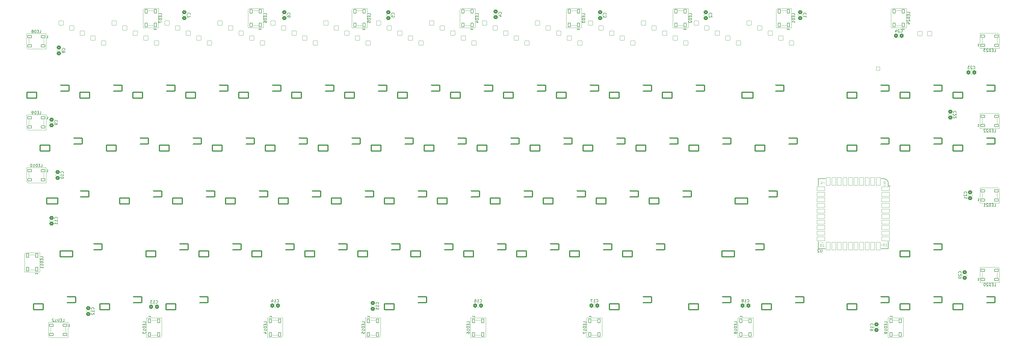
<source format=gbo>
G04 #@! TF.GenerationSoftware,KiCad,Pcbnew,9.0.0*
G04 #@! TF.CreationDate,2025-03-06T14:32:33+00:00*
G04 #@! TF.ProjectId,discipline-pcb,64697363-6970-46c6-996e-652d7063622e,rev?*
G04 #@! TF.SameCoordinates,Original*
G04 #@! TF.FileFunction,Legend,Bot*
G04 #@! TF.FilePolarity,Positive*
%FSLAX46Y46*%
G04 Gerber Fmt 4.6, Leading zero omitted, Abs format (unit mm)*
G04 Created by KiCad (PCBNEW 9.0.0) date 2025-03-06 14:32:33*
%MOMM*%
%LPD*%
G01*
G04 APERTURE LIST*
G04 Aperture macros list*
%AMRoundRect*
0 Rectangle with rounded corners*
0 $1 Rounding radius*
0 $2 $3 $4 $5 $6 $7 $8 $9 X,Y pos of 4 corners*
0 Add a 4 corners polygon primitive as box body*
4,1,4,$2,$3,$4,$5,$6,$7,$8,$9,$2,$3,0*
0 Add four circle primitives for the rounded corners*
1,1,$1+$1,$2,$3*
1,1,$1+$1,$4,$5*
1,1,$1+$1,$6,$7*
1,1,$1+$1,$8,$9*
0 Add four rect primitives between the rounded corners*
20,1,$1+$1,$2,$3,$4,$5,0*
20,1,$1+$1,$4,$5,$6,$7,0*
20,1,$1+$1,$6,$7,$8,$9,0*
20,1,$1+$1,$8,$9,$2,$3,0*%
G04 Aperture macros list end*
%ADD10C,0.150000*%
%ADD11C,0.120000*%
%ADD12RoundRect,0.271702X0.366798X0.504298X-0.366798X0.504298X-0.366798X-0.504298X0.366798X-0.504298X0*%
%ADD13RoundRect,0.271702X0.504298X-0.366798X0.504298X0.366798X-0.504298X0.366798X-0.504298X-0.366798X0*%
%ADD14RoundRect,0.271702X-0.504298X0.366798X-0.504298X-0.366798X0.504298X-0.366798X0.504298X0.366798X0*%
%ADD15RoundRect,0.051000X-0.800000X0.800000X-0.800000X-0.800000X0.800000X-0.800000X0.800000X0.800000X0*%
%ADD16O,1.702000X1.702000*%
%ADD17RoundRect,0.051000X0.647700X-0.647700X0.647700X0.647700X-0.647700X0.647700X-0.647700X-0.647700X0*%
%ADD18C,1.397400*%
%ADD19RoundRect,0.051000X0.800000X-0.800000X0.800000X0.800000X-0.800000X0.800000X-0.800000X-0.800000X0*%
%ADD20C,4.502000*%
%ADD21O,0.752000X1.102000*%
%ADD22O,1.002000X2.502000*%
%ADD23O,1.002000X1.802000*%
%ADD24C,1.502000*%
%ADD25O,1.502000X1.502000*%
%ADD26C,2.102000*%
%ADD27C,1.803800*%
%ADD28C,4.089800*%
%ADD29C,3.402000*%
%ADD30RoundRect,0.208160X1.772840X1.092840X-1.772840X1.092840X-1.772840X-1.092840X1.772840X-1.092840X0*%
%ADD31RoundRect,0.208160X1.901340X1.092840X-1.901340X1.092840X-1.901340X-1.092840X1.901340X-1.092840X0*%
%ADD32C,3.150000*%
%ADD33RoundRect,0.208160X2.022840X1.092840X-2.022840X1.092840X-2.022840X-1.092840X2.022840X-1.092840X0*%
%ADD34RoundRect,0.208160X2.272840X1.092840X-2.272840X1.092840X-2.272840X-1.092840X2.272840X-1.092840X0*%
%ADD35RoundRect,0.100200X0.400800X-0.700800X0.400800X0.700800X-0.400800X0.700800X-0.400800X-0.700800X0*%
%ADD36RoundRect,0.100200X-0.400800X0.700800X-0.400800X-0.700800X0.400800X-0.700800X0.400800X0.700800X0*%
%ADD37RoundRect,0.100200X0.700800X0.400800X-0.700800X0.400800X-0.700800X-0.400800X0.700800X-0.400800X0*%
%ADD38RoundRect,0.100200X-0.700800X-0.400800X0.700800X-0.400800X0.700800X0.400800X-0.700800X0.400800X0*%
%ADD39RoundRect,0.051000X1.400000X0.750000X-1.400000X0.750000X-1.400000X-0.750000X1.400000X-0.750000X0*%
%ADD40RoundRect,0.051000X-0.750000X1.400000X-0.750000X-1.400000X0.750000X-1.400000X0.750000X1.400000X0*%
G04 APERTURE END LIST*
D10*
X369442857Y-69479580D02*
X369490476Y-69527200D01*
X369490476Y-69527200D02*
X369633333Y-69574819D01*
X369633333Y-69574819D02*
X369728571Y-69574819D01*
X369728571Y-69574819D02*
X369871428Y-69527200D01*
X369871428Y-69527200D02*
X369966666Y-69431961D01*
X369966666Y-69431961D02*
X370014285Y-69336723D01*
X370014285Y-69336723D02*
X370061904Y-69146247D01*
X370061904Y-69146247D02*
X370061904Y-69003390D01*
X370061904Y-69003390D02*
X370014285Y-68812914D01*
X370014285Y-68812914D02*
X369966666Y-68717676D01*
X369966666Y-68717676D02*
X369871428Y-68622438D01*
X369871428Y-68622438D02*
X369728571Y-68574819D01*
X369728571Y-68574819D02*
X369633333Y-68574819D01*
X369633333Y-68574819D02*
X369490476Y-68622438D01*
X369490476Y-68622438D02*
X369442857Y-68670057D01*
X369061904Y-68670057D02*
X369014285Y-68622438D01*
X369014285Y-68622438D02*
X368919047Y-68574819D01*
X368919047Y-68574819D02*
X368680952Y-68574819D01*
X368680952Y-68574819D02*
X368585714Y-68622438D01*
X368585714Y-68622438D02*
X368538095Y-68670057D01*
X368538095Y-68670057D02*
X368490476Y-68765295D01*
X368490476Y-68765295D02*
X368490476Y-68860533D01*
X368490476Y-68860533D02*
X368538095Y-69003390D01*
X368538095Y-69003390D02*
X369109523Y-69574819D01*
X369109523Y-69574819D02*
X368490476Y-69574819D01*
X367633333Y-68908152D02*
X367633333Y-69574819D01*
X367871428Y-68527200D02*
X368109523Y-69241485D01*
X368109523Y-69241485D02*
X367490476Y-69241485D01*
X395580357Y-82679580D02*
X395627976Y-82727200D01*
X395627976Y-82727200D02*
X395770833Y-82774819D01*
X395770833Y-82774819D02*
X395866071Y-82774819D01*
X395866071Y-82774819D02*
X396008928Y-82727200D01*
X396008928Y-82727200D02*
X396104166Y-82631961D01*
X396104166Y-82631961D02*
X396151785Y-82536723D01*
X396151785Y-82536723D02*
X396199404Y-82346247D01*
X396199404Y-82346247D02*
X396199404Y-82203390D01*
X396199404Y-82203390D02*
X396151785Y-82012914D01*
X396151785Y-82012914D02*
X396104166Y-81917676D01*
X396104166Y-81917676D02*
X396008928Y-81822438D01*
X396008928Y-81822438D02*
X395866071Y-81774819D01*
X395866071Y-81774819D02*
X395770833Y-81774819D01*
X395770833Y-81774819D02*
X395627976Y-81822438D01*
X395627976Y-81822438D02*
X395580357Y-81870057D01*
X395199404Y-81870057D02*
X395151785Y-81822438D01*
X395151785Y-81822438D02*
X395056547Y-81774819D01*
X395056547Y-81774819D02*
X394818452Y-81774819D01*
X394818452Y-81774819D02*
X394723214Y-81822438D01*
X394723214Y-81822438D02*
X394675595Y-81870057D01*
X394675595Y-81870057D02*
X394627976Y-81965295D01*
X394627976Y-81965295D02*
X394627976Y-82060533D01*
X394627976Y-82060533D02*
X394675595Y-82203390D01*
X394675595Y-82203390D02*
X395247023Y-82774819D01*
X395247023Y-82774819D02*
X394627976Y-82774819D01*
X394294642Y-81774819D02*
X393675595Y-81774819D01*
X393675595Y-81774819D02*
X394008928Y-82155771D01*
X394008928Y-82155771D02*
X393866071Y-82155771D01*
X393866071Y-82155771D02*
X393770833Y-82203390D01*
X393770833Y-82203390D02*
X393723214Y-82251009D01*
X393723214Y-82251009D02*
X393675595Y-82346247D01*
X393675595Y-82346247D02*
X393675595Y-82584342D01*
X393675595Y-82584342D02*
X393723214Y-82679580D01*
X393723214Y-82679580D02*
X393770833Y-82727200D01*
X393770833Y-82727200D02*
X393866071Y-82774819D01*
X393866071Y-82774819D02*
X394151785Y-82774819D01*
X394151785Y-82774819D02*
X394247023Y-82727200D01*
X394247023Y-82727200D02*
X394294642Y-82679580D01*
X389389580Y-98575892D02*
X389437200Y-98528273D01*
X389437200Y-98528273D02*
X389484819Y-98385416D01*
X389484819Y-98385416D02*
X389484819Y-98290178D01*
X389484819Y-98290178D02*
X389437200Y-98147321D01*
X389437200Y-98147321D02*
X389341961Y-98052083D01*
X389341961Y-98052083D02*
X389246723Y-98004464D01*
X389246723Y-98004464D02*
X389056247Y-97956845D01*
X389056247Y-97956845D02*
X388913390Y-97956845D01*
X388913390Y-97956845D02*
X388722914Y-98004464D01*
X388722914Y-98004464D02*
X388627676Y-98052083D01*
X388627676Y-98052083D02*
X388532438Y-98147321D01*
X388532438Y-98147321D02*
X388484819Y-98290178D01*
X388484819Y-98290178D02*
X388484819Y-98385416D01*
X388484819Y-98385416D02*
X388532438Y-98528273D01*
X388532438Y-98528273D02*
X388580057Y-98575892D01*
X388580057Y-98956845D02*
X388532438Y-99004464D01*
X388532438Y-99004464D02*
X388484819Y-99099702D01*
X388484819Y-99099702D02*
X388484819Y-99337797D01*
X388484819Y-99337797D02*
X388532438Y-99433035D01*
X388532438Y-99433035D02*
X388580057Y-99480654D01*
X388580057Y-99480654D02*
X388675295Y-99528273D01*
X388675295Y-99528273D02*
X388770533Y-99528273D01*
X388770533Y-99528273D02*
X388913390Y-99480654D01*
X388913390Y-99480654D02*
X389484819Y-98909226D01*
X389484819Y-98909226D02*
X389484819Y-99528273D01*
X388580057Y-99909226D02*
X388532438Y-99956845D01*
X388532438Y-99956845D02*
X388484819Y-100052083D01*
X388484819Y-100052083D02*
X388484819Y-100290178D01*
X388484819Y-100290178D02*
X388532438Y-100385416D01*
X388532438Y-100385416D02*
X388580057Y-100433035D01*
X388580057Y-100433035D02*
X388675295Y-100480654D01*
X388675295Y-100480654D02*
X388770533Y-100480654D01*
X388770533Y-100480654D02*
X388913390Y-100433035D01*
X388913390Y-100433035D02*
X389484819Y-99861607D01*
X389484819Y-99861607D02*
X389484819Y-100480654D01*
X393179580Y-127619642D02*
X393227200Y-127572023D01*
X393227200Y-127572023D02*
X393274819Y-127429166D01*
X393274819Y-127429166D02*
X393274819Y-127333928D01*
X393274819Y-127333928D02*
X393227200Y-127191071D01*
X393227200Y-127191071D02*
X393131961Y-127095833D01*
X393131961Y-127095833D02*
X393036723Y-127048214D01*
X393036723Y-127048214D02*
X392846247Y-127000595D01*
X392846247Y-127000595D02*
X392703390Y-127000595D01*
X392703390Y-127000595D02*
X392512914Y-127048214D01*
X392512914Y-127048214D02*
X392417676Y-127095833D01*
X392417676Y-127095833D02*
X392322438Y-127191071D01*
X392322438Y-127191071D02*
X392274819Y-127333928D01*
X392274819Y-127333928D02*
X392274819Y-127429166D01*
X392274819Y-127429166D02*
X392322438Y-127572023D01*
X392322438Y-127572023D02*
X392370057Y-127619642D01*
X392370057Y-128000595D02*
X392322438Y-128048214D01*
X392322438Y-128048214D02*
X392274819Y-128143452D01*
X392274819Y-128143452D02*
X392274819Y-128381547D01*
X392274819Y-128381547D02*
X392322438Y-128476785D01*
X392322438Y-128476785D02*
X392370057Y-128524404D01*
X392370057Y-128524404D02*
X392465295Y-128572023D01*
X392465295Y-128572023D02*
X392560533Y-128572023D01*
X392560533Y-128572023D02*
X392703390Y-128524404D01*
X392703390Y-128524404D02*
X393274819Y-127952976D01*
X393274819Y-127952976D02*
X393274819Y-128572023D01*
X393274819Y-129524404D02*
X393274819Y-128952976D01*
X393274819Y-129238690D02*
X392274819Y-129238690D01*
X392274819Y-129238690D02*
X392417676Y-129143452D01*
X392417676Y-129143452D02*
X392512914Y-129048214D01*
X392512914Y-129048214D02*
X392560533Y-128952976D01*
X391179580Y-156357142D02*
X391227200Y-156309523D01*
X391227200Y-156309523D02*
X391274819Y-156166666D01*
X391274819Y-156166666D02*
X391274819Y-156071428D01*
X391274819Y-156071428D02*
X391227200Y-155928571D01*
X391227200Y-155928571D02*
X391131961Y-155833333D01*
X391131961Y-155833333D02*
X391036723Y-155785714D01*
X391036723Y-155785714D02*
X390846247Y-155738095D01*
X390846247Y-155738095D02*
X390703390Y-155738095D01*
X390703390Y-155738095D02*
X390512914Y-155785714D01*
X390512914Y-155785714D02*
X390417676Y-155833333D01*
X390417676Y-155833333D02*
X390322438Y-155928571D01*
X390322438Y-155928571D02*
X390274819Y-156071428D01*
X390274819Y-156071428D02*
X390274819Y-156166666D01*
X390274819Y-156166666D02*
X390322438Y-156309523D01*
X390322438Y-156309523D02*
X390370057Y-156357142D01*
X390370057Y-156738095D02*
X390322438Y-156785714D01*
X390322438Y-156785714D02*
X390274819Y-156880952D01*
X390274819Y-156880952D02*
X390274819Y-157119047D01*
X390274819Y-157119047D02*
X390322438Y-157214285D01*
X390322438Y-157214285D02*
X390370057Y-157261904D01*
X390370057Y-157261904D02*
X390465295Y-157309523D01*
X390465295Y-157309523D02*
X390560533Y-157309523D01*
X390560533Y-157309523D02*
X390703390Y-157261904D01*
X390703390Y-157261904D02*
X391274819Y-156690476D01*
X391274819Y-156690476D02*
X391274819Y-157309523D01*
X390274819Y-157928571D02*
X390274819Y-158023809D01*
X390274819Y-158023809D02*
X390322438Y-158119047D01*
X390322438Y-158119047D02*
X390370057Y-158166666D01*
X390370057Y-158166666D02*
X390465295Y-158214285D01*
X390465295Y-158214285D02*
X390655771Y-158261904D01*
X390655771Y-158261904D02*
X390893866Y-158261904D01*
X390893866Y-158261904D02*
X391084342Y-158214285D01*
X391084342Y-158214285D02*
X391179580Y-158166666D01*
X391179580Y-158166666D02*
X391227200Y-158119047D01*
X391227200Y-158119047D02*
X391274819Y-158023809D01*
X391274819Y-158023809D02*
X391274819Y-157928571D01*
X391274819Y-157928571D02*
X391227200Y-157833333D01*
X391227200Y-157833333D02*
X391179580Y-157785714D01*
X391179580Y-157785714D02*
X391084342Y-157738095D01*
X391084342Y-157738095D02*
X390893866Y-157690476D01*
X390893866Y-157690476D02*
X390655771Y-157690476D01*
X390655771Y-157690476D02*
X390465295Y-157738095D01*
X390465295Y-157738095D02*
X390370057Y-157785714D01*
X390370057Y-157785714D02*
X390322438Y-157833333D01*
X390322438Y-157833333D02*
X390274819Y-157928571D01*
X359479580Y-175157142D02*
X359527200Y-175109523D01*
X359527200Y-175109523D02*
X359574819Y-174966666D01*
X359574819Y-174966666D02*
X359574819Y-174871428D01*
X359574819Y-174871428D02*
X359527200Y-174728571D01*
X359527200Y-174728571D02*
X359431961Y-174633333D01*
X359431961Y-174633333D02*
X359336723Y-174585714D01*
X359336723Y-174585714D02*
X359146247Y-174538095D01*
X359146247Y-174538095D02*
X359003390Y-174538095D01*
X359003390Y-174538095D02*
X358812914Y-174585714D01*
X358812914Y-174585714D02*
X358717676Y-174633333D01*
X358717676Y-174633333D02*
X358622438Y-174728571D01*
X358622438Y-174728571D02*
X358574819Y-174871428D01*
X358574819Y-174871428D02*
X358574819Y-174966666D01*
X358574819Y-174966666D02*
X358622438Y-175109523D01*
X358622438Y-175109523D02*
X358670057Y-175157142D01*
X359574819Y-176109523D02*
X359574819Y-175538095D01*
X359574819Y-175823809D02*
X358574819Y-175823809D01*
X358574819Y-175823809D02*
X358717676Y-175728571D01*
X358717676Y-175728571D02*
X358812914Y-175633333D01*
X358812914Y-175633333D02*
X358860533Y-175538095D01*
X359574819Y-176585714D02*
X359574819Y-176776190D01*
X359574819Y-176776190D02*
X359527200Y-176871428D01*
X359527200Y-176871428D02*
X359479580Y-176919047D01*
X359479580Y-176919047D02*
X359336723Y-177014285D01*
X359336723Y-177014285D02*
X359146247Y-177061904D01*
X359146247Y-177061904D02*
X358765295Y-177061904D01*
X358765295Y-177061904D02*
X358670057Y-177014285D01*
X358670057Y-177014285D02*
X358622438Y-176966666D01*
X358622438Y-176966666D02*
X358574819Y-176871428D01*
X358574819Y-176871428D02*
X358574819Y-176680952D01*
X358574819Y-176680952D02*
X358622438Y-176585714D01*
X358622438Y-176585714D02*
X358670057Y-176538095D01*
X358670057Y-176538095D02*
X358765295Y-176490476D01*
X358765295Y-176490476D02*
X359003390Y-176490476D01*
X359003390Y-176490476D02*
X359098628Y-176538095D01*
X359098628Y-176538095D02*
X359146247Y-176585714D01*
X359146247Y-176585714D02*
X359193866Y-176680952D01*
X359193866Y-176680952D02*
X359193866Y-176871428D01*
X359193866Y-176871428D02*
X359146247Y-176966666D01*
X359146247Y-176966666D02*
X359098628Y-177014285D01*
X359098628Y-177014285D02*
X359003390Y-177061904D01*
X314280357Y-166679580D02*
X314327976Y-166727200D01*
X314327976Y-166727200D02*
X314470833Y-166774819D01*
X314470833Y-166774819D02*
X314566071Y-166774819D01*
X314566071Y-166774819D02*
X314708928Y-166727200D01*
X314708928Y-166727200D02*
X314804166Y-166631961D01*
X314804166Y-166631961D02*
X314851785Y-166536723D01*
X314851785Y-166536723D02*
X314899404Y-166346247D01*
X314899404Y-166346247D02*
X314899404Y-166203390D01*
X314899404Y-166203390D02*
X314851785Y-166012914D01*
X314851785Y-166012914D02*
X314804166Y-165917676D01*
X314804166Y-165917676D02*
X314708928Y-165822438D01*
X314708928Y-165822438D02*
X314566071Y-165774819D01*
X314566071Y-165774819D02*
X314470833Y-165774819D01*
X314470833Y-165774819D02*
X314327976Y-165822438D01*
X314327976Y-165822438D02*
X314280357Y-165870057D01*
X313327976Y-166774819D02*
X313899404Y-166774819D01*
X313613690Y-166774819D02*
X313613690Y-165774819D01*
X313613690Y-165774819D02*
X313708928Y-165917676D01*
X313708928Y-165917676D02*
X313804166Y-166012914D01*
X313804166Y-166012914D02*
X313899404Y-166060533D01*
X312756547Y-166203390D02*
X312851785Y-166155771D01*
X312851785Y-166155771D02*
X312899404Y-166108152D01*
X312899404Y-166108152D02*
X312947023Y-166012914D01*
X312947023Y-166012914D02*
X312947023Y-165965295D01*
X312947023Y-165965295D02*
X312899404Y-165870057D01*
X312899404Y-165870057D02*
X312851785Y-165822438D01*
X312851785Y-165822438D02*
X312756547Y-165774819D01*
X312756547Y-165774819D02*
X312566071Y-165774819D01*
X312566071Y-165774819D02*
X312470833Y-165822438D01*
X312470833Y-165822438D02*
X312423214Y-165870057D01*
X312423214Y-165870057D02*
X312375595Y-165965295D01*
X312375595Y-165965295D02*
X312375595Y-166012914D01*
X312375595Y-166012914D02*
X312423214Y-166108152D01*
X312423214Y-166108152D02*
X312470833Y-166155771D01*
X312470833Y-166155771D02*
X312566071Y-166203390D01*
X312566071Y-166203390D02*
X312756547Y-166203390D01*
X312756547Y-166203390D02*
X312851785Y-166251009D01*
X312851785Y-166251009D02*
X312899404Y-166298628D01*
X312899404Y-166298628D02*
X312947023Y-166393866D01*
X312947023Y-166393866D02*
X312947023Y-166584342D01*
X312947023Y-166584342D02*
X312899404Y-166679580D01*
X312899404Y-166679580D02*
X312851785Y-166727200D01*
X312851785Y-166727200D02*
X312756547Y-166774819D01*
X312756547Y-166774819D02*
X312566071Y-166774819D01*
X312566071Y-166774819D02*
X312470833Y-166727200D01*
X312470833Y-166727200D02*
X312423214Y-166679580D01*
X312423214Y-166679580D02*
X312375595Y-166584342D01*
X312375595Y-166584342D02*
X312375595Y-166393866D01*
X312375595Y-166393866D02*
X312423214Y-166298628D01*
X312423214Y-166298628D02*
X312470833Y-166251009D01*
X312470833Y-166251009D02*
X312566071Y-166203390D01*
X259955357Y-166679580D02*
X260002976Y-166727200D01*
X260002976Y-166727200D02*
X260145833Y-166774819D01*
X260145833Y-166774819D02*
X260241071Y-166774819D01*
X260241071Y-166774819D02*
X260383928Y-166727200D01*
X260383928Y-166727200D02*
X260479166Y-166631961D01*
X260479166Y-166631961D02*
X260526785Y-166536723D01*
X260526785Y-166536723D02*
X260574404Y-166346247D01*
X260574404Y-166346247D02*
X260574404Y-166203390D01*
X260574404Y-166203390D02*
X260526785Y-166012914D01*
X260526785Y-166012914D02*
X260479166Y-165917676D01*
X260479166Y-165917676D02*
X260383928Y-165822438D01*
X260383928Y-165822438D02*
X260241071Y-165774819D01*
X260241071Y-165774819D02*
X260145833Y-165774819D01*
X260145833Y-165774819D02*
X260002976Y-165822438D01*
X260002976Y-165822438D02*
X259955357Y-165870057D01*
X259002976Y-166774819D02*
X259574404Y-166774819D01*
X259288690Y-166774819D02*
X259288690Y-165774819D01*
X259288690Y-165774819D02*
X259383928Y-165917676D01*
X259383928Y-165917676D02*
X259479166Y-166012914D01*
X259479166Y-166012914D02*
X259574404Y-166060533D01*
X258669642Y-165774819D02*
X258002976Y-165774819D01*
X258002976Y-165774819D02*
X258431547Y-166774819D01*
X218092857Y-166679580D02*
X218140476Y-166727200D01*
X218140476Y-166727200D02*
X218283333Y-166774819D01*
X218283333Y-166774819D02*
X218378571Y-166774819D01*
X218378571Y-166774819D02*
X218521428Y-166727200D01*
X218521428Y-166727200D02*
X218616666Y-166631961D01*
X218616666Y-166631961D02*
X218664285Y-166536723D01*
X218664285Y-166536723D02*
X218711904Y-166346247D01*
X218711904Y-166346247D02*
X218711904Y-166203390D01*
X218711904Y-166203390D02*
X218664285Y-166012914D01*
X218664285Y-166012914D02*
X218616666Y-165917676D01*
X218616666Y-165917676D02*
X218521428Y-165822438D01*
X218521428Y-165822438D02*
X218378571Y-165774819D01*
X218378571Y-165774819D02*
X218283333Y-165774819D01*
X218283333Y-165774819D02*
X218140476Y-165822438D01*
X218140476Y-165822438D02*
X218092857Y-165870057D01*
X217140476Y-166774819D02*
X217711904Y-166774819D01*
X217426190Y-166774819D02*
X217426190Y-165774819D01*
X217426190Y-165774819D02*
X217521428Y-165917676D01*
X217521428Y-165917676D02*
X217616666Y-166012914D01*
X217616666Y-166012914D02*
X217711904Y-166060533D01*
X216283333Y-165774819D02*
X216473809Y-165774819D01*
X216473809Y-165774819D02*
X216569047Y-165822438D01*
X216569047Y-165822438D02*
X216616666Y-165870057D01*
X216616666Y-165870057D02*
X216711904Y-166012914D01*
X216711904Y-166012914D02*
X216759523Y-166203390D01*
X216759523Y-166203390D02*
X216759523Y-166584342D01*
X216759523Y-166584342D02*
X216711904Y-166679580D01*
X216711904Y-166679580D02*
X216664285Y-166727200D01*
X216664285Y-166727200D02*
X216569047Y-166774819D01*
X216569047Y-166774819D02*
X216378571Y-166774819D01*
X216378571Y-166774819D02*
X216283333Y-166727200D01*
X216283333Y-166727200D02*
X216235714Y-166679580D01*
X216235714Y-166679580D02*
X216188095Y-166584342D01*
X216188095Y-166584342D02*
X216188095Y-166346247D01*
X216188095Y-166346247D02*
X216235714Y-166251009D01*
X216235714Y-166251009D02*
X216283333Y-166203390D01*
X216283333Y-166203390D02*
X216378571Y-166155771D01*
X216378571Y-166155771D02*
X216569047Y-166155771D01*
X216569047Y-166155771D02*
X216664285Y-166203390D01*
X216664285Y-166203390D02*
X216711904Y-166251009D01*
X216711904Y-166251009D02*
X216759523Y-166346247D01*
X181639580Y-167494642D02*
X181687200Y-167447023D01*
X181687200Y-167447023D02*
X181734819Y-167304166D01*
X181734819Y-167304166D02*
X181734819Y-167208928D01*
X181734819Y-167208928D02*
X181687200Y-167066071D01*
X181687200Y-167066071D02*
X181591961Y-166970833D01*
X181591961Y-166970833D02*
X181496723Y-166923214D01*
X181496723Y-166923214D02*
X181306247Y-166875595D01*
X181306247Y-166875595D02*
X181163390Y-166875595D01*
X181163390Y-166875595D02*
X180972914Y-166923214D01*
X180972914Y-166923214D02*
X180877676Y-166970833D01*
X180877676Y-166970833D02*
X180782438Y-167066071D01*
X180782438Y-167066071D02*
X180734819Y-167208928D01*
X180734819Y-167208928D02*
X180734819Y-167304166D01*
X180734819Y-167304166D02*
X180782438Y-167447023D01*
X180782438Y-167447023D02*
X180830057Y-167494642D01*
X181734819Y-168447023D02*
X181734819Y-167875595D01*
X181734819Y-168161309D02*
X180734819Y-168161309D01*
X180734819Y-168161309D02*
X180877676Y-168066071D01*
X180877676Y-168066071D02*
X180972914Y-167970833D01*
X180972914Y-167970833D02*
X181020533Y-167875595D01*
X180734819Y-169351785D02*
X180734819Y-168875595D01*
X180734819Y-168875595D02*
X181211009Y-168827976D01*
X181211009Y-168827976D02*
X181163390Y-168875595D01*
X181163390Y-168875595D02*
X181115771Y-168970833D01*
X181115771Y-168970833D02*
X181115771Y-169208928D01*
X181115771Y-169208928D02*
X181163390Y-169304166D01*
X181163390Y-169304166D02*
X181211009Y-169351785D01*
X181211009Y-169351785D02*
X181306247Y-169399404D01*
X181306247Y-169399404D02*
X181544342Y-169399404D01*
X181544342Y-169399404D02*
X181639580Y-169351785D01*
X181639580Y-169351785D02*
X181687200Y-169304166D01*
X181687200Y-169304166D02*
X181734819Y-169208928D01*
X181734819Y-169208928D02*
X181734819Y-168970833D01*
X181734819Y-168970833D02*
X181687200Y-168875595D01*
X181687200Y-168875595D02*
X181639580Y-168827976D01*
X145080357Y-166679580D02*
X145127976Y-166727200D01*
X145127976Y-166727200D02*
X145270833Y-166774819D01*
X145270833Y-166774819D02*
X145366071Y-166774819D01*
X145366071Y-166774819D02*
X145508928Y-166727200D01*
X145508928Y-166727200D02*
X145604166Y-166631961D01*
X145604166Y-166631961D02*
X145651785Y-166536723D01*
X145651785Y-166536723D02*
X145699404Y-166346247D01*
X145699404Y-166346247D02*
X145699404Y-166203390D01*
X145699404Y-166203390D02*
X145651785Y-166012914D01*
X145651785Y-166012914D02*
X145604166Y-165917676D01*
X145604166Y-165917676D02*
X145508928Y-165822438D01*
X145508928Y-165822438D02*
X145366071Y-165774819D01*
X145366071Y-165774819D02*
X145270833Y-165774819D01*
X145270833Y-165774819D02*
X145127976Y-165822438D01*
X145127976Y-165822438D02*
X145080357Y-165870057D01*
X144127976Y-166774819D02*
X144699404Y-166774819D01*
X144413690Y-166774819D02*
X144413690Y-165774819D01*
X144413690Y-165774819D02*
X144508928Y-165917676D01*
X144508928Y-165917676D02*
X144604166Y-166012914D01*
X144604166Y-166012914D02*
X144699404Y-166060533D01*
X143270833Y-166108152D02*
X143270833Y-166774819D01*
X143508928Y-165727200D02*
X143747023Y-166441485D01*
X143747023Y-166441485D02*
X143127976Y-166441485D01*
X101542857Y-167079580D02*
X101590476Y-167127200D01*
X101590476Y-167127200D02*
X101733333Y-167174819D01*
X101733333Y-167174819D02*
X101828571Y-167174819D01*
X101828571Y-167174819D02*
X101971428Y-167127200D01*
X101971428Y-167127200D02*
X102066666Y-167031961D01*
X102066666Y-167031961D02*
X102114285Y-166936723D01*
X102114285Y-166936723D02*
X102161904Y-166746247D01*
X102161904Y-166746247D02*
X102161904Y-166603390D01*
X102161904Y-166603390D02*
X102114285Y-166412914D01*
X102114285Y-166412914D02*
X102066666Y-166317676D01*
X102066666Y-166317676D02*
X101971428Y-166222438D01*
X101971428Y-166222438D02*
X101828571Y-166174819D01*
X101828571Y-166174819D02*
X101733333Y-166174819D01*
X101733333Y-166174819D02*
X101590476Y-166222438D01*
X101590476Y-166222438D02*
X101542857Y-166270057D01*
X100590476Y-167174819D02*
X101161904Y-167174819D01*
X100876190Y-167174819D02*
X100876190Y-166174819D01*
X100876190Y-166174819D02*
X100971428Y-166317676D01*
X100971428Y-166317676D02*
X101066666Y-166412914D01*
X101066666Y-166412914D02*
X101161904Y-166460533D01*
X100257142Y-166174819D02*
X99638095Y-166174819D01*
X99638095Y-166174819D02*
X99971428Y-166555771D01*
X99971428Y-166555771D02*
X99828571Y-166555771D01*
X99828571Y-166555771D02*
X99733333Y-166603390D01*
X99733333Y-166603390D02*
X99685714Y-166651009D01*
X99685714Y-166651009D02*
X99638095Y-166746247D01*
X99638095Y-166746247D02*
X99638095Y-166984342D01*
X99638095Y-166984342D02*
X99685714Y-167079580D01*
X99685714Y-167079580D02*
X99733333Y-167127200D01*
X99733333Y-167127200D02*
X99828571Y-167174819D01*
X99828571Y-167174819D02*
X100114285Y-167174819D01*
X100114285Y-167174819D02*
X100209523Y-167127200D01*
X100209523Y-167127200D02*
X100257142Y-167079580D01*
X79239580Y-169357142D02*
X79287200Y-169309523D01*
X79287200Y-169309523D02*
X79334819Y-169166666D01*
X79334819Y-169166666D02*
X79334819Y-169071428D01*
X79334819Y-169071428D02*
X79287200Y-168928571D01*
X79287200Y-168928571D02*
X79191961Y-168833333D01*
X79191961Y-168833333D02*
X79096723Y-168785714D01*
X79096723Y-168785714D02*
X78906247Y-168738095D01*
X78906247Y-168738095D02*
X78763390Y-168738095D01*
X78763390Y-168738095D02*
X78572914Y-168785714D01*
X78572914Y-168785714D02*
X78477676Y-168833333D01*
X78477676Y-168833333D02*
X78382438Y-168928571D01*
X78382438Y-168928571D02*
X78334819Y-169071428D01*
X78334819Y-169071428D02*
X78334819Y-169166666D01*
X78334819Y-169166666D02*
X78382438Y-169309523D01*
X78382438Y-169309523D02*
X78430057Y-169357142D01*
X79334819Y-170309523D02*
X79334819Y-169738095D01*
X79334819Y-170023809D02*
X78334819Y-170023809D01*
X78334819Y-170023809D02*
X78477676Y-169928571D01*
X78477676Y-169928571D02*
X78572914Y-169833333D01*
X78572914Y-169833333D02*
X78620533Y-169738095D01*
X78430057Y-170690476D02*
X78382438Y-170738095D01*
X78382438Y-170738095D02*
X78334819Y-170833333D01*
X78334819Y-170833333D02*
X78334819Y-171071428D01*
X78334819Y-171071428D02*
X78382438Y-171166666D01*
X78382438Y-171166666D02*
X78430057Y-171214285D01*
X78430057Y-171214285D02*
X78525295Y-171261904D01*
X78525295Y-171261904D02*
X78620533Y-171261904D01*
X78620533Y-171261904D02*
X78763390Y-171214285D01*
X78763390Y-171214285D02*
X79334819Y-170642857D01*
X79334819Y-170642857D02*
X79334819Y-171261904D01*
X66039580Y-136807142D02*
X66087200Y-136759523D01*
X66087200Y-136759523D02*
X66134819Y-136616666D01*
X66134819Y-136616666D02*
X66134819Y-136521428D01*
X66134819Y-136521428D02*
X66087200Y-136378571D01*
X66087200Y-136378571D02*
X65991961Y-136283333D01*
X65991961Y-136283333D02*
X65896723Y-136235714D01*
X65896723Y-136235714D02*
X65706247Y-136188095D01*
X65706247Y-136188095D02*
X65563390Y-136188095D01*
X65563390Y-136188095D02*
X65372914Y-136235714D01*
X65372914Y-136235714D02*
X65277676Y-136283333D01*
X65277676Y-136283333D02*
X65182438Y-136378571D01*
X65182438Y-136378571D02*
X65134819Y-136521428D01*
X65134819Y-136521428D02*
X65134819Y-136616666D01*
X65134819Y-136616666D02*
X65182438Y-136759523D01*
X65182438Y-136759523D02*
X65230057Y-136807142D01*
X66134819Y-137759523D02*
X66134819Y-137188095D01*
X66134819Y-137473809D02*
X65134819Y-137473809D01*
X65134819Y-137473809D02*
X65277676Y-137378571D01*
X65277676Y-137378571D02*
X65372914Y-137283333D01*
X65372914Y-137283333D02*
X65420533Y-137188095D01*
X66134819Y-138711904D02*
X66134819Y-138140476D01*
X66134819Y-138426190D02*
X65134819Y-138426190D01*
X65134819Y-138426190D02*
X65277676Y-138330952D01*
X65277676Y-138330952D02*
X65372914Y-138235714D01*
X65372914Y-138235714D02*
X65420533Y-138140476D01*
X68239580Y-120357142D02*
X68287200Y-120309523D01*
X68287200Y-120309523D02*
X68334819Y-120166666D01*
X68334819Y-120166666D02*
X68334819Y-120071428D01*
X68334819Y-120071428D02*
X68287200Y-119928571D01*
X68287200Y-119928571D02*
X68191961Y-119833333D01*
X68191961Y-119833333D02*
X68096723Y-119785714D01*
X68096723Y-119785714D02*
X67906247Y-119738095D01*
X67906247Y-119738095D02*
X67763390Y-119738095D01*
X67763390Y-119738095D02*
X67572914Y-119785714D01*
X67572914Y-119785714D02*
X67477676Y-119833333D01*
X67477676Y-119833333D02*
X67382438Y-119928571D01*
X67382438Y-119928571D02*
X67334819Y-120071428D01*
X67334819Y-120071428D02*
X67334819Y-120166666D01*
X67334819Y-120166666D02*
X67382438Y-120309523D01*
X67382438Y-120309523D02*
X67430057Y-120357142D01*
X68334819Y-121309523D02*
X68334819Y-120738095D01*
X68334819Y-121023809D02*
X67334819Y-121023809D01*
X67334819Y-121023809D02*
X67477676Y-120928571D01*
X67477676Y-120928571D02*
X67572914Y-120833333D01*
X67572914Y-120833333D02*
X67620533Y-120738095D01*
X67334819Y-121928571D02*
X67334819Y-122023809D01*
X67334819Y-122023809D02*
X67382438Y-122119047D01*
X67382438Y-122119047D02*
X67430057Y-122166666D01*
X67430057Y-122166666D02*
X67525295Y-122214285D01*
X67525295Y-122214285D02*
X67715771Y-122261904D01*
X67715771Y-122261904D02*
X67953866Y-122261904D01*
X67953866Y-122261904D02*
X68144342Y-122214285D01*
X68144342Y-122214285D02*
X68239580Y-122166666D01*
X68239580Y-122166666D02*
X68287200Y-122119047D01*
X68287200Y-122119047D02*
X68334819Y-122023809D01*
X68334819Y-122023809D02*
X68334819Y-121928571D01*
X68334819Y-121928571D02*
X68287200Y-121833333D01*
X68287200Y-121833333D02*
X68239580Y-121785714D01*
X68239580Y-121785714D02*
X68144342Y-121738095D01*
X68144342Y-121738095D02*
X67953866Y-121690476D01*
X67953866Y-121690476D02*
X67715771Y-121690476D01*
X67715771Y-121690476D02*
X67525295Y-121738095D01*
X67525295Y-121738095D02*
X67430057Y-121785714D01*
X67430057Y-121785714D02*
X67382438Y-121833333D01*
X67382438Y-121833333D02*
X67334819Y-121928571D01*
X66039580Y-101883333D02*
X66087200Y-101835714D01*
X66087200Y-101835714D02*
X66134819Y-101692857D01*
X66134819Y-101692857D02*
X66134819Y-101597619D01*
X66134819Y-101597619D02*
X66087200Y-101454762D01*
X66087200Y-101454762D02*
X65991961Y-101359524D01*
X65991961Y-101359524D02*
X65896723Y-101311905D01*
X65896723Y-101311905D02*
X65706247Y-101264286D01*
X65706247Y-101264286D02*
X65563390Y-101264286D01*
X65563390Y-101264286D02*
X65372914Y-101311905D01*
X65372914Y-101311905D02*
X65277676Y-101359524D01*
X65277676Y-101359524D02*
X65182438Y-101454762D01*
X65182438Y-101454762D02*
X65134819Y-101597619D01*
X65134819Y-101597619D02*
X65134819Y-101692857D01*
X65134819Y-101692857D02*
X65182438Y-101835714D01*
X65182438Y-101835714D02*
X65230057Y-101883333D01*
X66134819Y-102359524D02*
X66134819Y-102550000D01*
X66134819Y-102550000D02*
X66087200Y-102645238D01*
X66087200Y-102645238D02*
X66039580Y-102692857D01*
X66039580Y-102692857D02*
X65896723Y-102788095D01*
X65896723Y-102788095D02*
X65706247Y-102835714D01*
X65706247Y-102835714D02*
X65325295Y-102835714D01*
X65325295Y-102835714D02*
X65230057Y-102788095D01*
X65230057Y-102788095D02*
X65182438Y-102740476D01*
X65182438Y-102740476D02*
X65134819Y-102645238D01*
X65134819Y-102645238D02*
X65134819Y-102454762D01*
X65134819Y-102454762D02*
X65182438Y-102359524D01*
X65182438Y-102359524D02*
X65230057Y-102311905D01*
X65230057Y-102311905D02*
X65325295Y-102264286D01*
X65325295Y-102264286D02*
X65563390Y-102264286D01*
X65563390Y-102264286D02*
X65658628Y-102311905D01*
X65658628Y-102311905D02*
X65706247Y-102359524D01*
X65706247Y-102359524D02*
X65753866Y-102454762D01*
X65753866Y-102454762D02*
X65753866Y-102645238D01*
X65753866Y-102645238D02*
X65706247Y-102740476D01*
X65706247Y-102740476D02*
X65658628Y-102788095D01*
X65658628Y-102788095D02*
X65563390Y-102835714D01*
X68714580Y-75964583D02*
X68762200Y-75916964D01*
X68762200Y-75916964D02*
X68809819Y-75774107D01*
X68809819Y-75774107D02*
X68809819Y-75678869D01*
X68809819Y-75678869D02*
X68762200Y-75536012D01*
X68762200Y-75536012D02*
X68666961Y-75440774D01*
X68666961Y-75440774D02*
X68571723Y-75393155D01*
X68571723Y-75393155D02*
X68381247Y-75345536D01*
X68381247Y-75345536D02*
X68238390Y-75345536D01*
X68238390Y-75345536D02*
X68047914Y-75393155D01*
X68047914Y-75393155D02*
X67952676Y-75440774D01*
X67952676Y-75440774D02*
X67857438Y-75536012D01*
X67857438Y-75536012D02*
X67809819Y-75678869D01*
X67809819Y-75678869D02*
X67809819Y-75774107D01*
X67809819Y-75774107D02*
X67857438Y-75916964D01*
X67857438Y-75916964D02*
X67905057Y-75964583D01*
X68238390Y-76536012D02*
X68190771Y-76440774D01*
X68190771Y-76440774D02*
X68143152Y-76393155D01*
X68143152Y-76393155D02*
X68047914Y-76345536D01*
X68047914Y-76345536D02*
X68000295Y-76345536D01*
X68000295Y-76345536D02*
X67905057Y-76393155D01*
X67905057Y-76393155D02*
X67857438Y-76440774D01*
X67857438Y-76440774D02*
X67809819Y-76536012D01*
X67809819Y-76536012D02*
X67809819Y-76726488D01*
X67809819Y-76726488D02*
X67857438Y-76821726D01*
X67857438Y-76821726D02*
X67905057Y-76869345D01*
X67905057Y-76869345D02*
X68000295Y-76916964D01*
X68000295Y-76916964D02*
X68047914Y-76916964D01*
X68047914Y-76916964D02*
X68143152Y-76869345D01*
X68143152Y-76869345D02*
X68190771Y-76821726D01*
X68190771Y-76821726D02*
X68238390Y-76726488D01*
X68238390Y-76726488D02*
X68238390Y-76536012D01*
X68238390Y-76536012D02*
X68286009Y-76440774D01*
X68286009Y-76440774D02*
X68333628Y-76393155D01*
X68333628Y-76393155D02*
X68428866Y-76345536D01*
X68428866Y-76345536D02*
X68619342Y-76345536D01*
X68619342Y-76345536D02*
X68714580Y-76393155D01*
X68714580Y-76393155D02*
X68762200Y-76440774D01*
X68762200Y-76440774D02*
X68809819Y-76536012D01*
X68809819Y-76536012D02*
X68809819Y-76726488D01*
X68809819Y-76726488D02*
X68762200Y-76821726D01*
X68762200Y-76821726D02*
X68714580Y-76869345D01*
X68714580Y-76869345D02*
X68619342Y-76916964D01*
X68619342Y-76916964D02*
X68428866Y-76916964D01*
X68428866Y-76916964D02*
X68333628Y-76869345D01*
X68333628Y-76869345D02*
X68286009Y-76821726D01*
X68286009Y-76821726D02*
X68238390Y-76726488D01*
X113839580Y-63233333D02*
X113887200Y-63185714D01*
X113887200Y-63185714D02*
X113934819Y-63042857D01*
X113934819Y-63042857D02*
X113934819Y-62947619D01*
X113934819Y-62947619D02*
X113887200Y-62804762D01*
X113887200Y-62804762D02*
X113791961Y-62709524D01*
X113791961Y-62709524D02*
X113696723Y-62661905D01*
X113696723Y-62661905D02*
X113506247Y-62614286D01*
X113506247Y-62614286D02*
X113363390Y-62614286D01*
X113363390Y-62614286D02*
X113172914Y-62661905D01*
X113172914Y-62661905D02*
X113077676Y-62709524D01*
X113077676Y-62709524D02*
X112982438Y-62804762D01*
X112982438Y-62804762D02*
X112934819Y-62947619D01*
X112934819Y-62947619D02*
X112934819Y-63042857D01*
X112934819Y-63042857D02*
X112982438Y-63185714D01*
X112982438Y-63185714D02*
X113030057Y-63233333D01*
X112934819Y-63566667D02*
X112934819Y-64233333D01*
X112934819Y-64233333D02*
X113934819Y-63804762D01*
X149777080Y-63233333D02*
X149824700Y-63185714D01*
X149824700Y-63185714D02*
X149872319Y-63042857D01*
X149872319Y-63042857D02*
X149872319Y-62947619D01*
X149872319Y-62947619D02*
X149824700Y-62804762D01*
X149824700Y-62804762D02*
X149729461Y-62709524D01*
X149729461Y-62709524D02*
X149634223Y-62661905D01*
X149634223Y-62661905D02*
X149443747Y-62614286D01*
X149443747Y-62614286D02*
X149300890Y-62614286D01*
X149300890Y-62614286D02*
X149110414Y-62661905D01*
X149110414Y-62661905D02*
X149015176Y-62709524D01*
X149015176Y-62709524D02*
X148919938Y-62804762D01*
X148919938Y-62804762D02*
X148872319Y-62947619D01*
X148872319Y-62947619D02*
X148872319Y-63042857D01*
X148872319Y-63042857D02*
X148919938Y-63185714D01*
X148919938Y-63185714D02*
X148967557Y-63233333D01*
X148872319Y-64090476D02*
X148872319Y-63900000D01*
X148872319Y-63900000D02*
X148919938Y-63804762D01*
X148919938Y-63804762D02*
X148967557Y-63757143D01*
X148967557Y-63757143D02*
X149110414Y-63661905D01*
X149110414Y-63661905D02*
X149300890Y-63614286D01*
X149300890Y-63614286D02*
X149681842Y-63614286D01*
X149681842Y-63614286D02*
X149777080Y-63661905D01*
X149777080Y-63661905D02*
X149824700Y-63709524D01*
X149824700Y-63709524D02*
X149872319Y-63804762D01*
X149872319Y-63804762D02*
X149872319Y-63995238D01*
X149872319Y-63995238D02*
X149824700Y-64090476D01*
X149824700Y-64090476D02*
X149777080Y-64138095D01*
X149777080Y-64138095D02*
X149681842Y-64185714D01*
X149681842Y-64185714D02*
X149443747Y-64185714D01*
X149443747Y-64185714D02*
X149348509Y-64138095D01*
X149348509Y-64138095D02*
X149300890Y-64090476D01*
X149300890Y-64090476D02*
X149253271Y-63995238D01*
X149253271Y-63995238D02*
X149253271Y-63804762D01*
X149253271Y-63804762D02*
X149300890Y-63709524D01*
X149300890Y-63709524D02*
X149348509Y-63661905D01*
X149348509Y-63661905D02*
X149443747Y-63614286D01*
X187239580Y-63233333D02*
X187287200Y-63185714D01*
X187287200Y-63185714D02*
X187334819Y-63042857D01*
X187334819Y-63042857D02*
X187334819Y-62947619D01*
X187334819Y-62947619D02*
X187287200Y-62804762D01*
X187287200Y-62804762D02*
X187191961Y-62709524D01*
X187191961Y-62709524D02*
X187096723Y-62661905D01*
X187096723Y-62661905D02*
X186906247Y-62614286D01*
X186906247Y-62614286D02*
X186763390Y-62614286D01*
X186763390Y-62614286D02*
X186572914Y-62661905D01*
X186572914Y-62661905D02*
X186477676Y-62709524D01*
X186477676Y-62709524D02*
X186382438Y-62804762D01*
X186382438Y-62804762D02*
X186334819Y-62947619D01*
X186334819Y-62947619D02*
X186334819Y-63042857D01*
X186334819Y-63042857D02*
X186382438Y-63185714D01*
X186382438Y-63185714D02*
X186430057Y-63233333D01*
X186334819Y-64138095D02*
X186334819Y-63661905D01*
X186334819Y-63661905D02*
X186811009Y-63614286D01*
X186811009Y-63614286D02*
X186763390Y-63661905D01*
X186763390Y-63661905D02*
X186715771Y-63757143D01*
X186715771Y-63757143D02*
X186715771Y-63995238D01*
X186715771Y-63995238D02*
X186763390Y-64090476D01*
X186763390Y-64090476D02*
X186811009Y-64138095D01*
X186811009Y-64138095D02*
X186906247Y-64185714D01*
X186906247Y-64185714D02*
X187144342Y-64185714D01*
X187144342Y-64185714D02*
X187239580Y-64138095D01*
X187239580Y-64138095D02*
X187287200Y-64090476D01*
X187287200Y-64090476D02*
X187334819Y-63995238D01*
X187334819Y-63995238D02*
X187334819Y-63757143D01*
X187334819Y-63757143D02*
X187287200Y-63661905D01*
X187287200Y-63661905D02*
X187239580Y-63614286D01*
X225789580Y-62933333D02*
X225837200Y-62885714D01*
X225837200Y-62885714D02*
X225884819Y-62742857D01*
X225884819Y-62742857D02*
X225884819Y-62647619D01*
X225884819Y-62647619D02*
X225837200Y-62504762D01*
X225837200Y-62504762D02*
X225741961Y-62409524D01*
X225741961Y-62409524D02*
X225646723Y-62361905D01*
X225646723Y-62361905D02*
X225456247Y-62314286D01*
X225456247Y-62314286D02*
X225313390Y-62314286D01*
X225313390Y-62314286D02*
X225122914Y-62361905D01*
X225122914Y-62361905D02*
X225027676Y-62409524D01*
X225027676Y-62409524D02*
X224932438Y-62504762D01*
X224932438Y-62504762D02*
X224884819Y-62647619D01*
X224884819Y-62647619D02*
X224884819Y-62742857D01*
X224884819Y-62742857D02*
X224932438Y-62885714D01*
X224932438Y-62885714D02*
X224980057Y-62933333D01*
X225218152Y-63790476D02*
X225884819Y-63790476D01*
X224837200Y-63552381D02*
X225551485Y-63314286D01*
X225551485Y-63314286D02*
X225551485Y-63933333D01*
X263439580Y-63233333D02*
X263487200Y-63185714D01*
X263487200Y-63185714D02*
X263534819Y-63042857D01*
X263534819Y-63042857D02*
X263534819Y-62947619D01*
X263534819Y-62947619D02*
X263487200Y-62804762D01*
X263487200Y-62804762D02*
X263391961Y-62709524D01*
X263391961Y-62709524D02*
X263296723Y-62661905D01*
X263296723Y-62661905D02*
X263106247Y-62614286D01*
X263106247Y-62614286D02*
X262963390Y-62614286D01*
X262963390Y-62614286D02*
X262772914Y-62661905D01*
X262772914Y-62661905D02*
X262677676Y-62709524D01*
X262677676Y-62709524D02*
X262582438Y-62804762D01*
X262582438Y-62804762D02*
X262534819Y-62947619D01*
X262534819Y-62947619D02*
X262534819Y-63042857D01*
X262534819Y-63042857D02*
X262582438Y-63185714D01*
X262582438Y-63185714D02*
X262630057Y-63233333D01*
X262534819Y-63566667D02*
X262534819Y-64185714D01*
X262534819Y-64185714D02*
X262915771Y-63852381D01*
X262915771Y-63852381D02*
X262915771Y-63995238D01*
X262915771Y-63995238D02*
X262963390Y-64090476D01*
X262963390Y-64090476D02*
X263011009Y-64138095D01*
X263011009Y-64138095D02*
X263106247Y-64185714D01*
X263106247Y-64185714D02*
X263344342Y-64185714D01*
X263344342Y-64185714D02*
X263439580Y-64138095D01*
X263439580Y-64138095D02*
X263487200Y-64090476D01*
X263487200Y-64090476D02*
X263534819Y-63995238D01*
X263534819Y-63995238D02*
X263534819Y-63709524D01*
X263534819Y-63709524D02*
X263487200Y-63614286D01*
X263487200Y-63614286D02*
X263439580Y-63566667D01*
X301452080Y-63233333D02*
X301499700Y-63185714D01*
X301499700Y-63185714D02*
X301547319Y-63042857D01*
X301547319Y-63042857D02*
X301547319Y-62947619D01*
X301547319Y-62947619D02*
X301499700Y-62804762D01*
X301499700Y-62804762D02*
X301404461Y-62709524D01*
X301404461Y-62709524D02*
X301309223Y-62661905D01*
X301309223Y-62661905D02*
X301118747Y-62614286D01*
X301118747Y-62614286D02*
X300975890Y-62614286D01*
X300975890Y-62614286D02*
X300785414Y-62661905D01*
X300785414Y-62661905D02*
X300690176Y-62709524D01*
X300690176Y-62709524D02*
X300594938Y-62804762D01*
X300594938Y-62804762D02*
X300547319Y-62947619D01*
X300547319Y-62947619D02*
X300547319Y-63042857D01*
X300547319Y-63042857D02*
X300594938Y-63185714D01*
X300594938Y-63185714D02*
X300642557Y-63233333D01*
X300642557Y-63614286D02*
X300594938Y-63661905D01*
X300594938Y-63661905D02*
X300547319Y-63757143D01*
X300547319Y-63757143D02*
X300547319Y-63995238D01*
X300547319Y-63995238D02*
X300594938Y-64090476D01*
X300594938Y-64090476D02*
X300642557Y-64138095D01*
X300642557Y-64138095D02*
X300737795Y-64185714D01*
X300737795Y-64185714D02*
X300833033Y-64185714D01*
X300833033Y-64185714D02*
X300975890Y-64138095D01*
X300975890Y-64138095D02*
X301547319Y-63566667D01*
X301547319Y-63566667D02*
X301547319Y-64185714D01*
X335389580Y-63233333D02*
X335437200Y-63185714D01*
X335437200Y-63185714D02*
X335484819Y-63042857D01*
X335484819Y-63042857D02*
X335484819Y-62947619D01*
X335484819Y-62947619D02*
X335437200Y-62804762D01*
X335437200Y-62804762D02*
X335341961Y-62709524D01*
X335341961Y-62709524D02*
X335246723Y-62661905D01*
X335246723Y-62661905D02*
X335056247Y-62614286D01*
X335056247Y-62614286D02*
X334913390Y-62614286D01*
X334913390Y-62614286D02*
X334722914Y-62661905D01*
X334722914Y-62661905D02*
X334627676Y-62709524D01*
X334627676Y-62709524D02*
X334532438Y-62804762D01*
X334532438Y-62804762D02*
X334484819Y-62947619D01*
X334484819Y-62947619D02*
X334484819Y-63042857D01*
X334484819Y-63042857D02*
X334532438Y-63185714D01*
X334532438Y-63185714D02*
X334580057Y-63233333D01*
X335484819Y-64185714D02*
X335484819Y-63614286D01*
X335484819Y-63900000D02*
X334484819Y-63900000D01*
X334484819Y-63900000D02*
X334627676Y-63804762D01*
X334627676Y-63804762D02*
X334722914Y-63709524D01*
X334722914Y-63709524D02*
X334770533Y-63614286D01*
X178754819Y-63343452D02*
X178754819Y-62867262D01*
X178754819Y-62867262D02*
X177754819Y-62867262D01*
X178231009Y-63676786D02*
X178231009Y-64010119D01*
X178754819Y-64152976D02*
X178754819Y-63676786D01*
X178754819Y-63676786D02*
X177754819Y-63676786D01*
X177754819Y-63676786D02*
X177754819Y-64152976D01*
X178754819Y-64581548D02*
X177754819Y-64581548D01*
X177754819Y-64581548D02*
X177754819Y-64819643D01*
X177754819Y-64819643D02*
X177802438Y-64962500D01*
X177802438Y-64962500D02*
X177897676Y-65057738D01*
X177897676Y-65057738D02*
X177992914Y-65105357D01*
X177992914Y-65105357D02*
X178183390Y-65152976D01*
X178183390Y-65152976D02*
X178326247Y-65152976D01*
X178326247Y-65152976D02*
X178516723Y-65105357D01*
X178516723Y-65105357D02*
X178611961Y-65057738D01*
X178611961Y-65057738D02*
X178707200Y-64962500D01*
X178707200Y-64962500D02*
X178754819Y-64819643D01*
X178754819Y-64819643D02*
X178754819Y-64581548D01*
X177754819Y-66057738D02*
X177754819Y-65581548D01*
X177754819Y-65581548D02*
X178231009Y-65533929D01*
X178231009Y-65533929D02*
X178183390Y-65581548D01*
X178183390Y-65581548D02*
X178135771Y-65676786D01*
X178135771Y-65676786D02*
X178135771Y-65914881D01*
X178135771Y-65914881D02*
X178183390Y-66010119D01*
X178183390Y-66010119D02*
X178231009Y-66057738D01*
X178231009Y-66057738D02*
X178326247Y-66105357D01*
X178326247Y-66105357D02*
X178564342Y-66105357D01*
X178564342Y-66105357D02*
X178659580Y-66057738D01*
X178659580Y-66057738D02*
X178707200Y-66010119D01*
X178707200Y-66010119D02*
X178754819Y-65914881D01*
X178754819Y-65914881D02*
X178754819Y-65676786D01*
X178754819Y-65676786D02*
X178707200Y-65581548D01*
X178707200Y-65581548D02*
X178659580Y-65533929D01*
X176037704Y-68233928D02*
X176037704Y-68691071D01*
X176037704Y-68462499D02*
X176837704Y-68462499D01*
X176837704Y-68462499D02*
X176723419Y-68538690D01*
X176723419Y-68538690D02*
X176647228Y-68614880D01*
X176647228Y-68614880D02*
X176609133Y-68691071D01*
X176604819Y-174354761D02*
X176604819Y-173878571D01*
X176604819Y-173878571D02*
X175604819Y-173878571D01*
X176081009Y-174688095D02*
X176081009Y-175021428D01*
X176604819Y-175164285D02*
X176604819Y-174688095D01*
X176604819Y-174688095D02*
X175604819Y-174688095D01*
X175604819Y-174688095D02*
X175604819Y-175164285D01*
X176604819Y-175592857D02*
X175604819Y-175592857D01*
X175604819Y-175592857D02*
X175604819Y-175830952D01*
X175604819Y-175830952D02*
X175652438Y-175973809D01*
X175652438Y-175973809D02*
X175747676Y-176069047D01*
X175747676Y-176069047D02*
X175842914Y-176116666D01*
X175842914Y-176116666D02*
X176033390Y-176164285D01*
X176033390Y-176164285D02*
X176176247Y-176164285D01*
X176176247Y-176164285D02*
X176366723Y-176116666D01*
X176366723Y-176116666D02*
X176461961Y-176069047D01*
X176461961Y-176069047D02*
X176557200Y-175973809D01*
X176557200Y-175973809D02*
X176604819Y-175830952D01*
X176604819Y-175830952D02*
X176604819Y-175592857D01*
X176604819Y-177116666D02*
X176604819Y-176545238D01*
X176604819Y-176830952D02*
X175604819Y-176830952D01*
X175604819Y-176830952D02*
X175747676Y-176735714D01*
X175747676Y-176735714D02*
X175842914Y-176640476D01*
X175842914Y-176640476D02*
X175890533Y-176545238D01*
X175604819Y-178021428D02*
X175604819Y-177545238D01*
X175604819Y-177545238D02*
X176081009Y-177497619D01*
X176081009Y-177497619D02*
X176033390Y-177545238D01*
X176033390Y-177545238D02*
X175985771Y-177640476D01*
X175985771Y-177640476D02*
X175985771Y-177878571D01*
X175985771Y-177878571D02*
X176033390Y-177973809D01*
X176033390Y-177973809D02*
X176081009Y-178021428D01*
X176081009Y-178021428D02*
X176176247Y-178069047D01*
X176176247Y-178069047D02*
X176414342Y-178069047D01*
X176414342Y-178069047D02*
X176509580Y-178021428D01*
X176509580Y-178021428D02*
X176557200Y-177973809D01*
X176557200Y-177973809D02*
X176604819Y-177878571D01*
X176604819Y-177878571D02*
X176604819Y-177640476D01*
X176604819Y-177640476D02*
X176557200Y-177545238D01*
X176557200Y-177545238D02*
X176509580Y-177497619D01*
X178412295Y-172178571D02*
X178412295Y-171721428D01*
X178412295Y-171950000D02*
X177612295Y-171950000D01*
X177612295Y-171950000D02*
X177726580Y-171873809D01*
X177726580Y-171873809D02*
X177802771Y-171797619D01*
X177802771Y-171797619D02*
X177840866Y-171721428D01*
X59669047Y-99004819D02*
X60145237Y-99004819D01*
X60145237Y-99004819D02*
X60145237Y-98004819D01*
X59335713Y-98481009D02*
X59002380Y-98481009D01*
X58859523Y-99004819D02*
X59335713Y-99004819D01*
X59335713Y-99004819D02*
X59335713Y-98004819D01*
X59335713Y-98004819D02*
X58859523Y-98004819D01*
X58430951Y-99004819D02*
X58430951Y-98004819D01*
X58430951Y-98004819D02*
X58192856Y-98004819D01*
X58192856Y-98004819D02*
X58049999Y-98052438D01*
X58049999Y-98052438D02*
X57954761Y-98147676D01*
X57954761Y-98147676D02*
X57907142Y-98242914D01*
X57907142Y-98242914D02*
X57859523Y-98433390D01*
X57859523Y-98433390D02*
X57859523Y-98576247D01*
X57859523Y-98576247D02*
X57907142Y-98766723D01*
X57907142Y-98766723D02*
X57954761Y-98861961D01*
X57954761Y-98861961D02*
X58049999Y-98957200D01*
X58049999Y-98957200D02*
X58192856Y-99004819D01*
X58192856Y-99004819D02*
X58430951Y-99004819D01*
X57383332Y-99004819D02*
X57192856Y-99004819D01*
X57192856Y-99004819D02*
X57097618Y-98957200D01*
X57097618Y-98957200D02*
X57049999Y-98909580D01*
X57049999Y-98909580D02*
X56954761Y-98766723D01*
X56954761Y-98766723D02*
X56907142Y-98576247D01*
X56907142Y-98576247D02*
X56907142Y-98195295D01*
X56907142Y-98195295D02*
X56954761Y-98100057D01*
X56954761Y-98100057D02*
X57002380Y-98052438D01*
X57002380Y-98052438D02*
X57097618Y-98004819D01*
X57097618Y-98004819D02*
X57288094Y-98004819D01*
X57288094Y-98004819D02*
X57383332Y-98052438D01*
X57383332Y-98052438D02*
X57430951Y-98100057D01*
X57430951Y-98100057D02*
X57478570Y-98195295D01*
X57478570Y-98195295D02*
X57478570Y-98433390D01*
X57478570Y-98433390D02*
X57430951Y-98528628D01*
X57430951Y-98528628D02*
X57383332Y-98576247D01*
X57383332Y-98576247D02*
X57288094Y-98623866D01*
X57288094Y-98623866D02*
X57097618Y-98623866D01*
X57097618Y-98623866D02*
X57002380Y-98576247D01*
X57002380Y-98576247D02*
X56954761Y-98528628D01*
X56954761Y-98528628D02*
X56907142Y-98433390D01*
X62321428Y-100812295D02*
X62778571Y-100812295D01*
X62549999Y-100812295D02*
X62549999Y-100012295D01*
X62549999Y-100012295D02*
X62626190Y-100126580D01*
X62626190Y-100126580D02*
X62702380Y-100202771D01*
X62702380Y-100202771D02*
X62778571Y-100240866D01*
X60145238Y-118004819D02*
X60621428Y-118004819D01*
X60621428Y-118004819D02*
X60621428Y-117004819D01*
X59811904Y-117481009D02*
X59478571Y-117481009D01*
X59335714Y-118004819D02*
X59811904Y-118004819D01*
X59811904Y-118004819D02*
X59811904Y-117004819D01*
X59811904Y-117004819D02*
X59335714Y-117004819D01*
X58907142Y-118004819D02*
X58907142Y-117004819D01*
X58907142Y-117004819D02*
X58669047Y-117004819D01*
X58669047Y-117004819D02*
X58526190Y-117052438D01*
X58526190Y-117052438D02*
X58430952Y-117147676D01*
X58430952Y-117147676D02*
X58383333Y-117242914D01*
X58383333Y-117242914D02*
X58335714Y-117433390D01*
X58335714Y-117433390D02*
X58335714Y-117576247D01*
X58335714Y-117576247D02*
X58383333Y-117766723D01*
X58383333Y-117766723D02*
X58430952Y-117861961D01*
X58430952Y-117861961D02*
X58526190Y-117957200D01*
X58526190Y-117957200D02*
X58669047Y-118004819D01*
X58669047Y-118004819D02*
X58907142Y-118004819D01*
X57383333Y-118004819D02*
X57954761Y-118004819D01*
X57669047Y-118004819D02*
X57669047Y-117004819D01*
X57669047Y-117004819D02*
X57764285Y-117147676D01*
X57764285Y-117147676D02*
X57859523Y-117242914D01*
X57859523Y-117242914D02*
X57954761Y-117290533D01*
X56764285Y-117004819D02*
X56669047Y-117004819D01*
X56669047Y-117004819D02*
X56573809Y-117052438D01*
X56573809Y-117052438D02*
X56526190Y-117100057D01*
X56526190Y-117100057D02*
X56478571Y-117195295D01*
X56478571Y-117195295D02*
X56430952Y-117385771D01*
X56430952Y-117385771D02*
X56430952Y-117623866D01*
X56430952Y-117623866D02*
X56478571Y-117814342D01*
X56478571Y-117814342D02*
X56526190Y-117909580D01*
X56526190Y-117909580D02*
X56573809Y-117957200D01*
X56573809Y-117957200D02*
X56669047Y-118004819D01*
X56669047Y-118004819D02*
X56764285Y-118004819D01*
X56764285Y-118004819D02*
X56859523Y-117957200D01*
X56859523Y-117957200D02*
X56907142Y-117909580D01*
X56907142Y-117909580D02*
X56954761Y-117814342D01*
X56954761Y-117814342D02*
X57002380Y-117623866D01*
X57002380Y-117623866D02*
X57002380Y-117385771D01*
X57002380Y-117385771D02*
X56954761Y-117195295D01*
X56954761Y-117195295D02*
X56907142Y-117100057D01*
X56907142Y-117100057D02*
X56859523Y-117052438D01*
X56859523Y-117052438D02*
X56764285Y-117004819D01*
X62321428Y-119812295D02*
X62778571Y-119812295D01*
X62549999Y-119812295D02*
X62549999Y-119012295D01*
X62549999Y-119012295D02*
X62626190Y-119126580D01*
X62626190Y-119126580D02*
X62702380Y-119202771D01*
X62702380Y-119202771D02*
X62778571Y-119240866D01*
X217604819Y-63343452D02*
X217604819Y-62867262D01*
X217604819Y-62867262D02*
X216604819Y-62867262D01*
X217081009Y-63676786D02*
X217081009Y-64010119D01*
X217604819Y-64152976D02*
X217604819Y-63676786D01*
X217604819Y-63676786D02*
X216604819Y-63676786D01*
X216604819Y-63676786D02*
X216604819Y-64152976D01*
X217604819Y-64581548D02*
X216604819Y-64581548D01*
X216604819Y-64581548D02*
X216604819Y-64819643D01*
X216604819Y-64819643D02*
X216652438Y-64962500D01*
X216652438Y-64962500D02*
X216747676Y-65057738D01*
X216747676Y-65057738D02*
X216842914Y-65105357D01*
X216842914Y-65105357D02*
X217033390Y-65152976D01*
X217033390Y-65152976D02*
X217176247Y-65152976D01*
X217176247Y-65152976D02*
X217366723Y-65105357D01*
X217366723Y-65105357D02*
X217461961Y-65057738D01*
X217461961Y-65057738D02*
X217557200Y-64962500D01*
X217557200Y-64962500D02*
X217604819Y-64819643D01*
X217604819Y-64819643D02*
X217604819Y-64581548D01*
X216938152Y-66010119D02*
X217604819Y-66010119D01*
X216557200Y-65772024D02*
X217271485Y-65533929D01*
X217271485Y-65533929D02*
X217271485Y-66152976D01*
X214887704Y-68233928D02*
X214887704Y-68691071D01*
X214887704Y-68462499D02*
X215687704Y-68462499D01*
X215687704Y-68462499D02*
X215573419Y-68538690D01*
X215573419Y-68538690D02*
X215497228Y-68614880D01*
X215497228Y-68614880D02*
X215459133Y-68691071D01*
X255904819Y-63343452D02*
X255904819Y-62867262D01*
X255904819Y-62867262D02*
X254904819Y-62867262D01*
X255381009Y-63676786D02*
X255381009Y-64010119D01*
X255904819Y-64152976D02*
X255904819Y-63676786D01*
X255904819Y-63676786D02*
X254904819Y-63676786D01*
X254904819Y-63676786D02*
X254904819Y-64152976D01*
X255904819Y-64581548D02*
X254904819Y-64581548D01*
X254904819Y-64581548D02*
X254904819Y-64819643D01*
X254904819Y-64819643D02*
X254952438Y-64962500D01*
X254952438Y-64962500D02*
X255047676Y-65057738D01*
X255047676Y-65057738D02*
X255142914Y-65105357D01*
X255142914Y-65105357D02*
X255333390Y-65152976D01*
X255333390Y-65152976D02*
X255476247Y-65152976D01*
X255476247Y-65152976D02*
X255666723Y-65105357D01*
X255666723Y-65105357D02*
X255761961Y-65057738D01*
X255761961Y-65057738D02*
X255857200Y-64962500D01*
X255857200Y-64962500D02*
X255904819Y-64819643D01*
X255904819Y-64819643D02*
X255904819Y-64581548D01*
X254904819Y-65486310D02*
X254904819Y-66105357D01*
X254904819Y-66105357D02*
X255285771Y-65772024D01*
X255285771Y-65772024D02*
X255285771Y-65914881D01*
X255285771Y-65914881D02*
X255333390Y-66010119D01*
X255333390Y-66010119D02*
X255381009Y-66057738D01*
X255381009Y-66057738D02*
X255476247Y-66105357D01*
X255476247Y-66105357D02*
X255714342Y-66105357D01*
X255714342Y-66105357D02*
X255809580Y-66057738D01*
X255809580Y-66057738D02*
X255857200Y-66010119D01*
X255857200Y-66010119D02*
X255904819Y-65914881D01*
X255904819Y-65914881D02*
X255904819Y-65629167D01*
X255904819Y-65629167D02*
X255857200Y-65533929D01*
X255857200Y-65533929D02*
X255809580Y-65486310D01*
X253187704Y-68233928D02*
X253187704Y-68691071D01*
X253187704Y-68462499D02*
X253987704Y-68462499D01*
X253987704Y-68462499D02*
X253873419Y-68538690D01*
X253873419Y-68538690D02*
X253797228Y-68614880D01*
X253797228Y-68614880D02*
X253759133Y-68691071D01*
X403095238Y-160954819D02*
X403571428Y-160954819D01*
X403571428Y-160954819D02*
X403571428Y-159954819D01*
X402761904Y-160431009D02*
X402428571Y-160431009D01*
X402285714Y-160954819D02*
X402761904Y-160954819D01*
X402761904Y-160954819D02*
X402761904Y-159954819D01*
X402761904Y-159954819D02*
X402285714Y-159954819D01*
X401857142Y-160954819D02*
X401857142Y-159954819D01*
X401857142Y-159954819D02*
X401619047Y-159954819D01*
X401619047Y-159954819D02*
X401476190Y-160002438D01*
X401476190Y-160002438D02*
X401380952Y-160097676D01*
X401380952Y-160097676D02*
X401333333Y-160192914D01*
X401333333Y-160192914D02*
X401285714Y-160383390D01*
X401285714Y-160383390D02*
X401285714Y-160526247D01*
X401285714Y-160526247D02*
X401333333Y-160716723D01*
X401333333Y-160716723D02*
X401380952Y-160811961D01*
X401380952Y-160811961D02*
X401476190Y-160907200D01*
X401476190Y-160907200D02*
X401619047Y-160954819D01*
X401619047Y-160954819D02*
X401857142Y-160954819D01*
X400904761Y-160050057D02*
X400857142Y-160002438D01*
X400857142Y-160002438D02*
X400761904Y-159954819D01*
X400761904Y-159954819D02*
X400523809Y-159954819D01*
X400523809Y-159954819D02*
X400428571Y-160002438D01*
X400428571Y-160002438D02*
X400380952Y-160050057D01*
X400380952Y-160050057D02*
X400333333Y-160145295D01*
X400333333Y-160145295D02*
X400333333Y-160240533D01*
X400333333Y-160240533D02*
X400380952Y-160383390D01*
X400380952Y-160383390D02*
X400952380Y-160954819D01*
X400952380Y-160954819D02*
X400333333Y-160954819D01*
X399714285Y-159954819D02*
X399619047Y-159954819D01*
X399619047Y-159954819D02*
X399523809Y-160002438D01*
X399523809Y-160002438D02*
X399476190Y-160050057D01*
X399476190Y-160050057D02*
X399428571Y-160145295D01*
X399428571Y-160145295D02*
X399380952Y-160335771D01*
X399380952Y-160335771D02*
X399380952Y-160573866D01*
X399380952Y-160573866D02*
X399428571Y-160764342D01*
X399428571Y-160764342D02*
X399476190Y-160859580D01*
X399476190Y-160859580D02*
X399523809Y-160907200D01*
X399523809Y-160907200D02*
X399619047Y-160954819D01*
X399619047Y-160954819D02*
X399714285Y-160954819D01*
X399714285Y-160954819D02*
X399809523Y-160907200D01*
X399809523Y-160907200D02*
X399857142Y-160859580D01*
X399857142Y-160859580D02*
X399904761Y-160764342D01*
X399904761Y-160764342D02*
X399952380Y-160573866D01*
X399952380Y-160573866D02*
X399952380Y-160335771D01*
X399952380Y-160335771D02*
X399904761Y-160145295D01*
X399904761Y-160145295D02*
X399857142Y-160050057D01*
X399857142Y-160050057D02*
X399809523Y-160002438D01*
X399809523Y-160002438D02*
X399714285Y-159954819D01*
X397728571Y-158237704D02*
X397271428Y-158237704D01*
X397500000Y-158237704D02*
X397500000Y-159037704D01*
X397500000Y-159037704D02*
X397423809Y-158923419D01*
X397423809Y-158923419D02*
X397347619Y-158847228D01*
X397347619Y-158847228D02*
X397271428Y-158809133D01*
X294267319Y-63343452D02*
X294267319Y-62867262D01*
X294267319Y-62867262D02*
X293267319Y-62867262D01*
X293743509Y-63676786D02*
X293743509Y-64010119D01*
X294267319Y-64152976D02*
X294267319Y-63676786D01*
X294267319Y-63676786D02*
X293267319Y-63676786D01*
X293267319Y-63676786D02*
X293267319Y-64152976D01*
X294267319Y-64581548D02*
X293267319Y-64581548D01*
X293267319Y-64581548D02*
X293267319Y-64819643D01*
X293267319Y-64819643D02*
X293314938Y-64962500D01*
X293314938Y-64962500D02*
X293410176Y-65057738D01*
X293410176Y-65057738D02*
X293505414Y-65105357D01*
X293505414Y-65105357D02*
X293695890Y-65152976D01*
X293695890Y-65152976D02*
X293838747Y-65152976D01*
X293838747Y-65152976D02*
X294029223Y-65105357D01*
X294029223Y-65105357D02*
X294124461Y-65057738D01*
X294124461Y-65057738D02*
X294219700Y-64962500D01*
X294219700Y-64962500D02*
X294267319Y-64819643D01*
X294267319Y-64819643D02*
X294267319Y-64581548D01*
X293362557Y-65533929D02*
X293314938Y-65581548D01*
X293314938Y-65581548D02*
X293267319Y-65676786D01*
X293267319Y-65676786D02*
X293267319Y-65914881D01*
X293267319Y-65914881D02*
X293314938Y-66010119D01*
X293314938Y-66010119D02*
X293362557Y-66057738D01*
X293362557Y-66057738D02*
X293457795Y-66105357D01*
X293457795Y-66105357D02*
X293553033Y-66105357D01*
X293553033Y-66105357D02*
X293695890Y-66057738D01*
X293695890Y-66057738D02*
X294267319Y-65486310D01*
X294267319Y-65486310D02*
X294267319Y-66105357D01*
X291550204Y-68233928D02*
X291550204Y-68691071D01*
X291550204Y-68462499D02*
X292350204Y-68462499D01*
X292350204Y-68462499D02*
X292235919Y-68538690D01*
X292235919Y-68538690D02*
X292159728Y-68614880D01*
X292159728Y-68614880D02*
X292121633Y-68691071D01*
X256267319Y-174354761D02*
X256267319Y-173878571D01*
X256267319Y-173878571D02*
X255267319Y-173878571D01*
X255743509Y-174688095D02*
X255743509Y-175021428D01*
X256267319Y-175164285D02*
X256267319Y-174688095D01*
X256267319Y-174688095D02*
X255267319Y-174688095D01*
X255267319Y-174688095D02*
X255267319Y-175164285D01*
X256267319Y-175592857D02*
X255267319Y-175592857D01*
X255267319Y-175592857D02*
X255267319Y-175830952D01*
X255267319Y-175830952D02*
X255314938Y-175973809D01*
X255314938Y-175973809D02*
X255410176Y-176069047D01*
X255410176Y-176069047D02*
X255505414Y-176116666D01*
X255505414Y-176116666D02*
X255695890Y-176164285D01*
X255695890Y-176164285D02*
X255838747Y-176164285D01*
X255838747Y-176164285D02*
X256029223Y-176116666D01*
X256029223Y-176116666D02*
X256124461Y-176069047D01*
X256124461Y-176069047D02*
X256219700Y-175973809D01*
X256219700Y-175973809D02*
X256267319Y-175830952D01*
X256267319Y-175830952D02*
X256267319Y-175592857D01*
X256267319Y-177116666D02*
X256267319Y-176545238D01*
X256267319Y-176830952D02*
X255267319Y-176830952D01*
X255267319Y-176830952D02*
X255410176Y-176735714D01*
X255410176Y-176735714D02*
X255505414Y-176640476D01*
X255505414Y-176640476D02*
X255553033Y-176545238D01*
X255267319Y-177450000D02*
X255267319Y-178116666D01*
X255267319Y-178116666D02*
X256267319Y-177688095D01*
X258074795Y-172178571D02*
X258074795Y-171721428D01*
X258074795Y-171950000D02*
X257274795Y-171950000D01*
X257274795Y-171950000D02*
X257389080Y-171873809D01*
X257389080Y-171873809D02*
X257465271Y-171797619D01*
X257465271Y-171797619D02*
X257503366Y-171721428D01*
X67995238Y-173754819D02*
X68471428Y-173754819D01*
X68471428Y-173754819D02*
X68471428Y-172754819D01*
X67661904Y-173231009D02*
X67328571Y-173231009D01*
X67185714Y-173754819D02*
X67661904Y-173754819D01*
X67661904Y-173754819D02*
X67661904Y-172754819D01*
X67661904Y-172754819D02*
X67185714Y-172754819D01*
X66757142Y-173754819D02*
X66757142Y-172754819D01*
X66757142Y-172754819D02*
X66519047Y-172754819D01*
X66519047Y-172754819D02*
X66376190Y-172802438D01*
X66376190Y-172802438D02*
X66280952Y-172897676D01*
X66280952Y-172897676D02*
X66233333Y-172992914D01*
X66233333Y-172992914D02*
X66185714Y-173183390D01*
X66185714Y-173183390D02*
X66185714Y-173326247D01*
X66185714Y-173326247D02*
X66233333Y-173516723D01*
X66233333Y-173516723D02*
X66280952Y-173611961D01*
X66280952Y-173611961D02*
X66376190Y-173707200D01*
X66376190Y-173707200D02*
X66519047Y-173754819D01*
X66519047Y-173754819D02*
X66757142Y-173754819D01*
X65233333Y-173754819D02*
X65804761Y-173754819D01*
X65519047Y-173754819D02*
X65519047Y-172754819D01*
X65519047Y-172754819D02*
X65614285Y-172897676D01*
X65614285Y-172897676D02*
X65709523Y-172992914D01*
X65709523Y-172992914D02*
X65804761Y-173040533D01*
X64852380Y-172850057D02*
X64804761Y-172802438D01*
X64804761Y-172802438D02*
X64709523Y-172754819D01*
X64709523Y-172754819D02*
X64471428Y-172754819D01*
X64471428Y-172754819D02*
X64376190Y-172802438D01*
X64376190Y-172802438D02*
X64328571Y-172850057D01*
X64328571Y-172850057D02*
X64280952Y-172945295D01*
X64280952Y-172945295D02*
X64280952Y-173040533D01*
X64280952Y-173040533D02*
X64328571Y-173183390D01*
X64328571Y-173183390D02*
X64899999Y-173754819D01*
X64899999Y-173754819D02*
X64280952Y-173754819D01*
X70171428Y-175562295D02*
X70628571Y-175562295D01*
X70399999Y-175562295D02*
X70399999Y-174762295D01*
X70399999Y-174762295D02*
X70476190Y-174876580D01*
X70476190Y-174876580D02*
X70552380Y-174952771D01*
X70552380Y-174952771D02*
X70628571Y-174990866D01*
X372754819Y-62867261D02*
X372754819Y-62391071D01*
X372754819Y-62391071D02*
X371754819Y-62391071D01*
X372231009Y-63200595D02*
X372231009Y-63533928D01*
X372754819Y-63676785D02*
X372754819Y-63200595D01*
X372754819Y-63200595D02*
X371754819Y-63200595D01*
X371754819Y-63200595D02*
X371754819Y-63676785D01*
X372754819Y-64105357D02*
X371754819Y-64105357D01*
X371754819Y-64105357D02*
X371754819Y-64343452D01*
X371754819Y-64343452D02*
X371802438Y-64486309D01*
X371802438Y-64486309D02*
X371897676Y-64581547D01*
X371897676Y-64581547D02*
X371992914Y-64629166D01*
X371992914Y-64629166D02*
X372183390Y-64676785D01*
X372183390Y-64676785D02*
X372326247Y-64676785D01*
X372326247Y-64676785D02*
X372516723Y-64629166D01*
X372516723Y-64629166D02*
X372611961Y-64581547D01*
X372611961Y-64581547D02*
X372707200Y-64486309D01*
X372707200Y-64486309D02*
X372754819Y-64343452D01*
X372754819Y-64343452D02*
X372754819Y-64105357D01*
X371850057Y-65057738D02*
X371802438Y-65105357D01*
X371802438Y-65105357D02*
X371754819Y-65200595D01*
X371754819Y-65200595D02*
X371754819Y-65438690D01*
X371754819Y-65438690D02*
X371802438Y-65533928D01*
X371802438Y-65533928D02*
X371850057Y-65581547D01*
X371850057Y-65581547D02*
X371945295Y-65629166D01*
X371945295Y-65629166D02*
X372040533Y-65629166D01*
X372040533Y-65629166D02*
X372183390Y-65581547D01*
X372183390Y-65581547D02*
X372754819Y-65010119D01*
X372754819Y-65010119D02*
X372754819Y-65629166D01*
X372088152Y-66486309D02*
X372754819Y-66486309D01*
X371707200Y-66248214D02*
X372421485Y-66010119D01*
X372421485Y-66010119D02*
X372421485Y-66629166D01*
X370037704Y-68233928D02*
X370037704Y-68691071D01*
X370037704Y-68462499D02*
X370837704Y-68462499D01*
X370837704Y-68462499D02*
X370723419Y-68538690D01*
X370723419Y-68538690D02*
X370647228Y-68614880D01*
X370647228Y-68614880D02*
X370609133Y-68691071D01*
X141392319Y-63343452D02*
X141392319Y-62867262D01*
X141392319Y-62867262D02*
X140392319Y-62867262D01*
X140868509Y-63676786D02*
X140868509Y-64010119D01*
X141392319Y-64152976D02*
X141392319Y-63676786D01*
X141392319Y-63676786D02*
X140392319Y-63676786D01*
X140392319Y-63676786D02*
X140392319Y-64152976D01*
X141392319Y-64581548D02*
X140392319Y-64581548D01*
X140392319Y-64581548D02*
X140392319Y-64819643D01*
X140392319Y-64819643D02*
X140439938Y-64962500D01*
X140439938Y-64962500D02*
X140535176Y-65057738D01*
X140535176Y-65057738D02*
X140630414Y-65105357D01*
X140630414Y-65105357D02*
X140820890Y-65152976D01*
X140820890Y-65152976D02*
X140963747Y-65152976D01*
X140963747Y-65152976D02*
X141154223Y-65105357D01*
X141154223Y-65105357D02*
X141249461Y-65057738D01*
X141249461Y-65057738D02*
X141344700Y-64962500D01*
X141344700Y-64962500D02*
X141392319Y-64819643D01*
X141392319Y-64819643D02*
X141392319Y-64581548D01*
X140392319Y-66010119D02*
X140392319Y-65819643D01*
X140392319Y-65819643D02*
X140439938Y-65724405D01*
X140439938Y-65724405D02*
X140487557Y-65676786D01*
X140487557Y-65676786D02*
X140630414Y-65581548D01*
X140630414Y-65581548D02*
X140820890Y-65533929D01*
X140820890Y-65533929D02*
X141201842Y-65533929D01*
X141201842Y-65533929D02*
X141297080Y-65581548D01*
X141297080Y-65581548D02*
X141344700Y-65629167D01*
X141344700Y-65629167D02*
X141392319Y-65724405D01*
X141392319Y-65724405D02*
X141392319Y-65914881D01*
X141392319Y-65914881D02*
X141344700Y-66010119D01*
X141344700Y-66010119D02*
X141297080Y-66057738D01*
X141297080Y-66057738D02*
X141201842Y-66105357D01*
X141201842Y-66105357D02*
X140963747Y-66105357D01*
X140963747Y-66105357D02*
X140868509Y-66057738D01*
X140868509Y-66057738D02*
X140820890Y-66010119D01*
X140820890Y-66010119D02*
X140773271Y-65914881D01*
X140773271Y-65914881D02*
X140773271Y-65724405D01*
X140773271Y-65724405D02*
X140820890Y-65629167D01*
X140820890Y-65629167D02*
X140868509Y-65581548D01*
X140868509Y-65581548D02*
X140963747Y-65533929D01*
X138675204Y-68233928D02*
X138675204Y-68691071D01*
X138675204Y-68462499D02*
X139475204Y-68462499D01*
X139475204Y-68462499D02*
X139360919Y-68538690D01*
X139360919Y-68538690D02*
X139284728Y-68614880D01*
X139284728Y-68614880D02*
X139246633Y-68691071D01*
X59669047Y-69754819D02*
X60145237Y-69754819D01*
X60145237Y-69754819D02*
X60145237Y-68754819D01*
X59335713Y-69231009D02*
X59002380Y-69231009D01*
X58859523Y-69754819D02*
X59335713Y-69754819D01*
X59335713Y-69754819D02*
X59335713Y-68754819D01*
X59335713Y-68754819D02*
X58859523Y-68754819D01*
X58430951Y-69754819D02*
X58430951Y-68754819D01*
X58430951Y-68754819D02*
X58192856Y-68754819D01*
X58192856Y-68754819D02*
X58049999Y-68802438D01*
X58049999Y-68802438D02*
X57954761Y-68897676D01*
X57954761Y-68897676D02*
X57907142Y-68992914D01*
X57907142Y-68992914D02*
X57859523Y-69183390D01*
X57859523Y-69183390D02*
X57859523Y-69326247D01*
X57859523Y-69326247D02*
X57907142Y-69516723D01*
X57907142Y-69516723D02*
X57954761Y-69611961D01*
X57954761Y-69611961D02*
X58049999Y-69707200D01*
X58049999Y-69707200D02*
X58192856Y-69754819D01*
X58192856Y-69754819D02*
X58430951Y-69754819D01*
X57288094Y-69183390D02*
X57383332Y-69135771D01*
X57383332Y-69135771D02*
X57430951Y-69088152D01*
X57430951Y-69088152D02*
X57478570Y-68992914D01*
X57478570Y-68992914D02*
X57478570Y-68945295D01*
X57478570Y-68945295D02*
X57430951Y-68850057D01*
X57430951Y-68850057D02*
X57383332Y-68802438D01*
X57383332Y-68802438D02*
X57288094Y-68754819D01*
X57288094Y-68754819D02*
X57097618Y-68754819D01*
X57097618Y-68754819D02*
X57002380Y-68802438D01*
X57002380Y-68802438D02*
X56954761Y-68850057D01*
X56954761Y-68850057D02*
X56907142Y-68945295D01*
X56907142Y-68945295D02*
X56907142Y-68992914D01*
X56907142Y-68992914D02*
X56954761Y-69088152D01*
X56954761Y-69088152D02*
X57002380Y-69135771D01*
X57002380Y-69135771D02*
X57097618Y-69183390D01*
X57097618Y-69183390D02*
X57288094Y-69183390D01*
X57288094Y-69183390D02*
X57383332Y-69231009D01*
X57383332Y-69231009D02*
X57430951Y-69278628D01*
X57430951Y-69278628D02*
X57478570Y-69373866D01*
X57478570Y-69373866D02*
X57478570Y-69564342D01*
X57478570Y-69564342D02*
X57430951Y-69659580D01*
X57430951Y-69659580D02*
X57383332Y-69707200D01*
X57383332Y-69707200D02*
X57288094Y-69754819D01*
X57288094Y-69754819D02*
X57097618Y-69754819D01*
X57097618Y-69754819D02*
X57002380Y-69707200D01*
X57002380Y-69707200D02*
X56954761Y-69659580D01*
X56954761Y-69659580D02*
X56907142Y-69564342D01*
X56907142Y-69564342D02*
X56907142Y-69373866D01*
X56907142Y-69373866D02*
X56954761Y-69278628D01*
X56954761Y-69278628D02*
X57002380Y-69231009D01*
X57002380Y-69231009D02*
X57097618Y-69183390D01*
X62321428Y-71562295D02*
X62778571Y-71562295D01*
X62549999Y-71562295D02*
X62549999Y-70762295D01*
X62549999Y-70762295D02*
X62626190Y-70876580D01*
X62626190Y-70876580D02*
X62702380Y-70952771D01*
X62702380Y-70952771D02*
X62778571Y-70990866D01*
X97854819Y-174354761D02*
X97854819Y-173878571D01*
X97854819Y-173878571D02*
X96854819Y-173878571D01*
X97331009Y-174688095D02*
X97331009Y-175021428D01*
X97854819Y-175164285D02*
X97854819Y-174688095D01*
X97854819Y-174688095D02*
X96854819Y-174688095D01*
X96854819Y-174688095D02*
X96854819Y-175164285D01*
X97854819Y-175592857D02*
X96854819Y-175592857D01*
X96854819Y-175592857D02*
X96854819Y-175830952D01*
X96854819Y-175830952D02*
X96902438Y-175973809D01*
X96902438Y-175973809D02*
X96997676Y-176069047D01*
X96997676Y-176069047D02*
X97092914Y-176116666D01*
X97092914Y-176116666D02*
X97283390Y-176164285D01*
X97283390Y-176164285D02*
X97426247Y-176164285D01*
X97426247Y-176164285D02*
X97616723Y-176116666D01*
X97616723Y-176116666D02*
X97711961Y-176069047D01*
X97711961Y-176069047D02*
X97807200Y-175973809D01*
X97807200Y-175973809D02*
X97854819Y-175830952D01*
X97854819Y-175830952D02*
X97854819Y-175592857D01*
X97854819Y-177116666D02*
X97854819Y-176545238D01*
X97854819Y-176830952D02*
X96854819Y-176830952D01*
X96854819Y-176830952D02*
X96997676Y-176735714D01*
X96997676Y-176735714D02*
X97092914Y-176640476D01*
X97092914Y-176640476D02*
X97140533Y-176545238D01*
X96854819Y-177450000D02*
X96854819Y-178069047D01*
X96854819Y-178069047D02*
X97235771Y-177735714D01*
X97235771Y-177735714D02*
X97235771Y-177878571D01*
X97235771Y-177878571D02*
X97283390Y-177973809D01*
X97283390Y-177973809D02*
X97331009Y-178021428D01*
X97331009Y-178021428D02*
X97426247Y-178069047D01*
X97426247Y-178069047D02*
X97664342Y-178069047D01*
X97664342Y-178069047D02*
X97759580Y-178021428D01*
X97759580Y-178021428D02*
X97807200Y-177973809D01*
X97807200Y-177973809D02*
X97854819Y-177878571D01*
X97854819Y-177878571D02*
X97854819Y-177592857D01*
X97854819Y-177592857D02*
X97807200Y-177497619D01*
X97807200Y-177497619D02*
X97759580Y-177450000D01*
X99662295Y-172178571D02*
X99662295Y-171721428D01*
X99662295Y-171950000D02*
X98862295Y-171950000D01*
X98862295Y-171950000D02*
X98976580Y-171873809D01*
X98976580Y-171873809D02*
X99052771Y-171797619D01*
X99052771Y-171797619D02*
X99090866Y-171721428D01*
X403095238Y-132304819D02*
X403571428Y-132304819D01*
X403571428Y-132304819D02*
X403571428Y-131304819D01*
X402761904Y-131781009D02*
X402428571Y-131781009D01*
X402285714Y-132304819D02*
X402761904Y-132304819D01*
X402761904Y-132304819D02*
X402761904Y-131304819D01*
X402761904Y-131304819D02*
X402285714Y-131304819D01*
X401857142Y-132304819D02*
X401857142Y-131304819D01*
X401857142Y-131304819D02*
X401619047Y-131304819D01*
X401619047Y-131304819D02*
X401476190Y-131352438D01*
X401476190Y-131352438D02*
X401380952Y-131447676D01*
X401380952Y-131447676D02*
X401333333Y-131542914D01*
X401333333Y-131542914D02*
X401285714Y-131733390D01*
X401285714Y-131733390D02*
X401285714Y-131876247D01*
X401285714Y-131876247D02*
X401333333Y-132066723D01*
X401333333Y-132066723D02*
X401380952Y-132161961D01*
X401380952Y-132161961D02*
X401476190Y-132257200D01*
X401476190Y-132257200D02*
X401619047Y-132304819D01*
X401619047Y-132304819D02*
X401857142Y-132304819D01*
X400904761Y-131400057D02*
X400857142Y-131352438D01*
X400857142Y-131352438D02*
X400761904Y-131304819D01*
X400761904Y-131304819D02*
X400523809Y-131304819D01*
X400523809Y-131304819D02*
X400428571Y-131352438D01*
X400428571Y-131352438D02*
X400380952Y-131400057D01*
X400380952Y-131400057D02*
X400333333Y-131495295D01*
X400333333Y-131495295D02*
X400333333Y-131590533D01*
X400333333Y-131590533D02*
X400380952Y-131733390D01*
X400380952Y-131733390D02*
X400952380Y-132304819D01*
X400952380Y-132304819D02*
X400333333Y-132304819D01*
X399380952Y-132304819D02*
X399952380Y-132304819D01*
X399666666Y-132304819D02*
X399666666Y-131304819D01*
X399666666Y-131304819D02*
X399761904Y-131447676D01*
X399761904Y-131447676D02*
X399857142Y-131542914D01*
X399857142Y-131542914D02*
X399952380Y-131590533D01*
X397728571Y-129587704D02*
X397271428Y-129587704D01*
X397500000Y-129587704D02*
X397500000Y-130387704D01*
X397500000Y-130387704D02*
X397423809Y-130273419D01*
X397423809Y-130273419D02*
X397347619Y-130197228D01*
X397347619Y-130197228D02*
X397271428Y-130159133D01*
X403095238Y-105504819D02*
X403571428Y-105504819D01*
X403571428Y-105504819D02*
X403571428Y-104504819D01*
X402761904Y-104981009D02*
X402428571Y-104981009D01*
X402285714Y-105504819D02*
X402761904Y-105504819D01*
X402761904Y-105504819D02*
X402761904Y-104504819D01*
X402761904Y-104504819D02*
X402285714Y-104504819D01*
X401857142Y-105504819D02*
X401857142Y-104504819D01*
X401857142Y-104504819D02*
X401619047Y-104504819D01*
X401619047Y-104504819D02*
X401476190Y-104552438D01*
X401476190Y-104552438D02*
X401380952Y-104647676D01*
X401380952Y-104647676D02*
X401333333Y-104742914D01*
X401333333Y-104742914D02*
X401285714Y-104933390D01*
X401285714Y-104933390D02*
X401285714Y-105076247D01*
X401285714Y-105076247D02*
X401333333Y-105266723D01*
X401333333Y-105266723D02*
X401380952Y-105361961D01*
X401380952Y-105361961D02*
X401476190Y-105457200D01*
X401476190Y-105457200D02*
X401619047Y-105504819D01*
X401619047Y-105504819D02*
X401857142Y-105504819D01*
X400904761Y-104600057D02*
X400857142Y-104552438D01*
X400857142Y-104552438D02*
X400761904Y-104504819D01*
X400761904Y-104504819D02*
X400523809Y-104504819D01*
X400523809Y-104504819D02*
X400428571Y-104552438D01*
X400428571Y-104552438D02*
X400380952Y-104600057D01*
X400380952Y-104600057D02*
X400333333Y-104695295D01*
X400333333Y-104695295D02*
X400333333Y-104790533D01*
X400333333Y-104790533D02*
X400380952Y-104933390D01*
X400380952Y-104933390D02*
X400952380Y-105504819D01*
X400952380Y-105504819D02*
X400333333Y-105504819D01*
X399952380Y-104600057D02*
X399904761Y-104552438D01*
X399904761Y-104552438D02*
X399809523Y-104504819D01*
X399809523Y-104504819D02*
X399571428Y-104504819D01*
X399571428Y-104504819D02*
X399476190Y-104552438D01*
X399476190Y-104552438D02*
X399428571Y-104600057D01*
X399428571Y-104600057D02*
X399380952Y-104695295D01*
X399380952Y-104695295D02*
X399380952Y-104790533D01*
X399380952Y-104790533D02*
X399428571Y-104933390D01*
X399428571Y-104933390D02*
X399999999Y-105504819D01*
X399999999Y-105504819D02*
X399380952Y-105504819D01*
X397728571Y-102787704D02*
X397271428Y-102787704D01*
X397500000Y-102787704D02*
X397500000Y-103587704D01*
X397500000Y-103587704D02*
X397423809Y-103473419D01*
X397423809Y-103473419D02*
X397347619Y-103397228D01*
X397347619Y-103397228D02*
X397271428Y-103359133D01*
X214404819Y-174354761D02*
X214404819Y-173878571D01*
X214404819Y-173878571D02*
X213404819Y-173878571D01*
X213881009Y-174688095D02*
X213881009Y-175021428D01*
X214404819Y-175164285D02*
X214404819Y-174688095D01*
X214404819Y-174688095D02*
X213404819Y-174688095D01*
X213404819Y-174688095D02*
X213404819Y-175164285D01*
X214404819Y-175592857D02*
X213404819Y-175592857D01*
X213404819Y-175592857D02*
X213404819Y-175830952D01*
X213404819Y-175830952D02*
X213452438Y-175973809D01*
X213452438Y-175973809D02*
X213547676Y-176069047D01*
X213547676Y-176069047D02*
X213642914Y-176116666D01*
X213642914Y-176116666D02*
X213833390Y-176164285D01*
X213833390Y-176164285D02*
X213976247Y-176164285D01*
X213976247Y-176164285D02*
X214166723Y-176116666D01*
X214166723Y-176116666D02*
X214261961Y-176069047D01*
X214261961Y-176069047D02*
X214357200Y-175973809D01*
X214357200Y-175973809D02*
X214404819Y-175830952D01*
X214404819Y-175830952D02*
X214404819Y-175592857D01*
X214404819Y-177116666D02*
X214404819Y-176545238D01*
X214404819Y-176830952D02*
X213404819Y-176830952D01*
X213404819Y-176830952D02*
X213547676Y-176735714D01*
X213547676Y-176735714D02*
X213642914Y-176640476D01*
X213642914Y-176640476D02*
X213690533Y-176545238D01*
X213404819Y-177973809D02*
X213404819Y-177783333D01*
X213404819Y-177783333D02*
X213452438Y-177688095D01*
X213452438Y-177688095D02*
X213500057Y-177640476D01*
X213500057Y-177640476D02*
X213642914Y-177545238D01*
X213642914Y-177545238D02*
X213833390Y-177497619D01*
X213833390Y-177497619D02*
X214214342Y-177497619D01*
X214214342Y-177497619D02*
X214309580Y-177545238D01*
X214309580Y-177545238D02*
X214357200Y-177592857D01*
X214357200Y-177592857D02*
X214404819Y-177688095D01*
X214404819Y-177688095D02*
X214404819Y-177878571D01*
X214404819Y-177878571D02*
X214357200Y-177973809D01*
X214357200Y-177973809D02*
X214309580Y-178021428D01*
X214309580Y-178021428D02*
X214214342Y-178069047D01*
X214214342Y-178069047D02*
X213976247Y-178069047D01*
X213976247Y-178069047D02*
X213881009Y-178021428D01*
X213881009Y-178021428D02*
X213833390Y-177973809D01*
X213833390Y-177973809D02*
X213785771Y-177878571D01*
X213785771Y-177878571D02*
X213785771Y-177688095D01*
X213785771Y-177688095D02*
X213833390Y-177592857D01*
X213833390Y-177592857D02*
X213881009Y-177545238D01*
X213881009Y-177545238D02*
X213976247Y-177497619D01*
X216212295Y-172178571D02*
X216212295Y-171721428D01*
X216212295Y-171950000D02*
X215412295Y-171950000D01*
X215412295Y-171950000D02*
X215526580Y-171873809D01*
X215526580Y-171873809D02*
X215602771Y-171797619D01*
X215602771Y-171797619D02*
X215640866Y-171721428D01*
X141392319Y-174354761D02*
X141392319Y-173878571D01*
X141392319Y-173878571D02*
X140392319Y-173878571D01*
X140868509Y-174688095D02*
X140868509Y-175021428D01*
X141392319Y-175164285D02*
X141392319Y-174688095D01*
X141392319Y-174688095D02*
X140392319Y-174688095D01*
X140392319Y-174688095D02*
X140392319Y-175164285D01*
X141392319Y-175592857D02*
X140392319Y-175592857D01*
X140392319Y-175592857D02*
X140392319Y-175830952D01*
X140392319Y-175830952D02*
X140439938Y-175973809D01*
X140439938Y-175973809D02*
X140535176Y-176069047D01*
X140535176Y-176069047D02*
X140630414Y-176116666D01*
X140630414Y-176116666D02*
X140820890Y-176164285D01*
X140820890Y-176164285D02*
X140963747Y-176164285D01*
X140963747Y-176164285D02*
X141154223Y-176116666D01*
X141154223Y-176116666D02*
X141249461Y-176069047D01*
X141249461Y-176069047D02*
X141344700Y-175973809D01*
X141344700Y-175973809D02*
X141392319Y-175830952D01*
X141392319Y-175830952D02*
X141392319Y-175592857D01*
X141392319Y-177116666D02*
X141392319Y-176545238D01*
X141392319Y-176830952D02*
X140392319Y-176830952D01*
X140392319Y-176830952D02*
X140535176Y-176735714D01*
X140535176Y-176735714D02*
X140630414Y-176640476D01*
X140630414Y-176640476D02*
X140678033Y-176545238D01*
X140725652Y-177973809D02*
X141392319Y-177973809D01*
X140344700Y-177735714D02*
X141058985Y-177497619D01*
X141058985Y-177497619D02*
X141058985Y-178116666D01*
X143199795Y-172178571D02*
X143199795Y-171721428D01*
X143199795Y-171950000D02*
X142399795Y-171950000D01*
X142399795Y-171950000D02*
X142514080Y-171873809D01*
X142514080Y-171873809D02*
X142590271Y-171797619D01*
X142590271Y-171797619D02*
X142628366Y-171721428D01*
X364604819Y-174354761D02*
X364604819Y-173878571D01*
X364604819Y-173878571D02*
X363604819Y-173878571D01*
X364081009Y-174688095D02*
X364081009Y-175021428D01*
X364604819Y-175164285D02*
X364604819Y-174688095D01*
X364604819Y-174688095D02*
X363604819Y-174688095D01*
X363604819Y-174688095D02*
X363604819Y-175164285D01*
X364604819Y-175592857D02*
X363604819Y-175592857D01*
X363604819Y-175592857D02*
X363604819Y-175830952D01*
X363604819Y-175830952D02*
X363652438Y-175973809D01*
X363652438Y-175973809D02*
X363747676Y-176069047D01*
X363747676Y-176069047D02*
X363842914Y-176116666D01*
X363842914Y-176116666D02*
X364033390Y-176164285D01*
X364033390Y-176164285D02*
X364176247Y-176164285D01*
X364176247Y-176164285D02*
X364366723Y-176116666D01*
X364366723Y-176116666D02*
X364461961Y-176069047D01*
X364461961Y-176069047D02*
X364557200Y-175973809D01*
X364557200Y-175973809D02*
X364604819Y-175830952D01*
X364604819Y-175830952D02*
X364604819Y-175592857D01*
X364604819Y-177116666D02*
X364604819Y-176545238D01*
X364604819Y-176830952D02*
X363604819Y-176830952D01*
X363604819Y-176830952D02*
X363747676Y-176735714D01*
X363747676Y-176735714D02*
X363842914Y-176640476D01*
X363842914Y-176640476D02*
X363890533Y-176545238D01*
X364604819Y-177592857D02*
X364604819Y-177783333D01*
X364604819Y-177783333D02*
X364557200Y-177878571D01*
X364557200Y-177878571D02*
X364509580Y-177926190D01*
X364509580Y-177926190D02*
X364366723Y-178021428D01*
X364366723Y-178021428D02*
X364176247Y-178069047D01*
X364176247Y-178069047D02*
X363795295Y-178069047D01*
X363795295Y-178069047D02*
X363700057Y-178021428D01*
X363700057Y-178021428D02*
X363652438Y-177973809D01*
X363652438Y-177973809D02*
X363604819Y-177878571D01*
X363604819Y-177878571D02*
X363604819Y-177688095D01*
X363604819Y-177688095D02*
X363652438Y-177592857D01*
X363652438Y-177592857D02*
X363700057Y-177545238D01*
X363700057Y-177545238D02*
X363795295Y-177497619D01*
X363795295Y-177497619D02*
X364033390Y-177497619D01*
X364033390Y-177497619D02*
X364128628Y-177545238D01*
X364128628Y-177545238D02*
X364176247Y-177592857D01*
X364176247Y-177592857D02*
X364223866Y-177688095D01*
X364223866Y-177688095D02*
X364223866Y-177878571D01*
X364223866Y-177878571D02*
X364176247Y-177973809D01*
X364176247Y-177973809D02*
X364128628Y-178021428D01*
X364128628Y-178021428D02*
X364033390Y-178069047D01*
X366412295Y-172178571D02*
X366412295Y-171721428D01*
X366412295Y-171950000D02*
X365612295Y-171950000D01*
X365612295Y-171950000D02*
X365726580Y-171873809D01*
X365726580Y-171873809D02*
X365802771Y-171797619D01*
X365802771Y-171797619D02*
X365840866Y-171721428D01*
X61004819Y-150854761D02*
X61004819Y-150378571D01*
X61004819Y-150378571D02*
X60004819Y-150378571D01*
X60481009Y-151188095D02*
X60481009Y-151521428D01*
X61004819Y-151664285D02*
X61004819Y-151188095D01*
X61004819Y-151188095D02*
X60004819Y-151188095D01*
X60004819Y-151188095D02*
X60004819Y-151664285D01*
X61004819Y-152092857D02*
X60004819Y-152092857D01*
X60004819Y-152092857D02*
X60004819Y-152330952D01*
X60004819Y-152330952D02*
X60052438Y-152473809D01*
X60052438Y-152473809D02*
X60147676Y-152569047D01*
X60147676Y-152569047D02*
X60242914Y-152616666D01*
X60242914Y-152616666D02*
X60433390Y-152664285D01*
X60433390Y-152664285D02*
X60576247Y-152664285D01*
X60576247Y-152664285D02*
X60766723Y-152616666D01*
X60766723Y-152616666D02*
X60861961Y-152569047D01*
X60861961Y-152569047D02*
X60957200Y-152473809D01*
X60957200Y-152473809D02*
X61004819Y-152330952D01*
X61004819Y-152330952D02*
X61004819Y-152092857D01*
X61004819Y-153616666D02*
X61004819Y-153045238D01*
X61004819Y-153330952D02*
X60004819Y-153330952D01*
X60004819Y-153330952D02*
X60147676Y-153235714D01*
X60147676Y-153235714D02*
X60242914Y-153140476D01*
X60242914Y-153140476D02*
X60290533Y-153045238D01*
X61004819Y-154569047D02*
X61004819Y-153997619D01*
X61004819Y-154283333D02*
X60004819Y-154283333D01*
X60004819Y-154283333D02*
X60147676Y-154188095D01*
X60147676Y-154188095D02*
X60242914Y-154092857D01*
X60242914Y-154092857D02*
X60290533Y-153997619D01*
X58287704Y-156221428D02*
X58287704Y-156678571D01*
X58287704Y-156449999D02*
X59087704Y-156449999D01*
X59087704Y-156449999D02*
X58973419Y-156526190D01*
X58973419Y-156526190D02*
X58897228Y-156602380D01*
X58897228Y-156602380D02*
X58859133Y-156678571D01*
X310592319Y-174354761D02*
X310592319Y-173878571D01*
X310592319Y-173878571D02*
X309592319Y-173878571D01*
X310068509Y-174688095D02*
X310068509Y-175021428D01*
X310592319Y-175164285D02*
X310592319Y-174688095D01*
X310592319Y-174688095D02*
X309592319Y-174688095D01*
X309592319Y-174688095D02*
X309592319Y-175164285D01*
X310592319Y-175592857D02*
X309592319Y-175592857D01*
X309592319Y-175592857D02*
X309592319Y-175830952D01*
X309592319Y-175830952D02*
X309639938Y-175973809D01*
X309639938Y-175973809D02*
X309735176Y-176069047D01*
X309735176Y-176069047D02*
X309830414Y-176116666D01*
X309830414Y-176116666D02*
X310020890Y-176164285D01*
X310020890Y-176164285D02*
X310163747Y-176164285D01*
X310163747Y-176164285D02*
X310354223Y-176116666D01*
X310354223Y-176116666D02*
X310449461Y-176069047D01*
X310449461Y-176069047D02*
X310544700Y-175973809D01*
X310544700Y-175973809D02*
X310592319Y-175830952D01*
X310592319Y-175830952D02*
X310592319Y-175592857D01*
X310592319Y-177116666D02*
X310592319Y-176545238D01*
X310592319Y-176830952D02*
X309592319Y-176830952D01*
X309592319Y-176830952D02*
X309735176Y-176735714D01*
X309735176Y-176735714D02*
X309830414Y-176640476D01*
X309830414Y-176640476D02*
X309878033Y-176545238D01*
X310020890Y-177688095D02*
X309973271Y-177592857D01*
X309973271Y-177592857D02*
X309925652Y-177545238D01*
X309925652Y-177545238D02*
X309830414Y-177497619D01*
X309830414Y-177497619D02*
X309782795Y-177497619D01*
X309782795Y-177497619D02*
X309687557Y-177545238D01*
X309687557Y-177545238D02*
X309639938Y-177592857D01*
X309639938Y-177592857D02*
X309592319Y-177688095D01*
X309592319Y-177688095D02*
X309592319Y-177878571D01*
X309592319Y-177878571D02*
X309639938Y-177973809D01*
X309639938Y-177973809D02*
X309687557Y-178021428D01*
X309687557Y-178021428D02*
X309782795Y-178069047D01*
X309782795Y-178069047D02*
X309830414Y-178069047D01*
X309830414Y-178069047D02*
X309925652Y-178021428D01*
X309925652Y-178021428D02*
X309973271Y-177973809D01*
X309973271Y-177973809D02*
X310020890Y-177878571D01*
X310020890Y-177878571D02*
X310020890Y-177688095D01*
X310020890Y-177688095D02*
X310068509Y-177592857D01*
X310068509Y-177592857D02*
X310116128Y-177545238D01*
X310116128Y-177545238D02*
X310211366Y-177497619D01*
X310211366Y-177497619D02*
X310401842Y-177497619D01*
X310401842Y-177497619D02*
X310497080Y-177545238D01*
X310497080Y-177545238D02*
X310544700Y-177592857D01*
X310544700Y-177592857D02*
X310592319Y-177688095D01*
X310592319Y-177688095D02*
X310592319Y-177878571D01*
X310592319Y-177878571D02*
X310544700Y-177973809D01*
X310544700Y-177973809D02*
X310497080Y-178021428D01*
X310497080Y-178021428D02*
X310401842Y-178069047D01*
X310401842Y-178069047D02*
X310211366Y-178069047D01*
X310211366Y-178069047D02*
X310116128Y-178021428D01*
X310116128Y-178021428D02*
X310068509Y-177973809D01*
X310068509Y-177973809D02*
X310020890Y-177878571D01*
X312399795Y-172178571D02*
X312399795Y-171721428D01*
X312399795Y-171950000D02*
X311599795Y-171950000D01*
X311599795Y-171950000D02*
X311714080Y-171873809D01*
X311714080Y-171873809D02*
X311790271Y-171797619D01*
X311790271Y-171797619D02*
X311828366Y-171721428D01*
X403095238Y-76554819D02*
X403571428Y-76554819D01*
X403571428Y-76554819D02*
X403571428Y-75554819D01*
X402761904Y-76031009D02*
X402428571Y-76031009D01*
X402285714Y-76554819D02*
X402761904Y-76554819D01*
X402761904Y-76554819D02*
X402761904Y-75554819D01*
X402761904Y-75554819D02*
X402285714Y-75554819D01*
X401857142Y-76554819D02*
X401857142Y-75554819D01*
X401857142Y-75554819D02*
X401619047Y-75554819D01*
X401619047Y-75554819D02*
X401476190Y-75602438D01*
X401476190Y-75602438D02*
X401380952Y-75697676D01*
X401380952Y-75697676D02*
X401333333Y-75792914D01*
X401333333Y-75792914D02*
X401285714Y-75983390D01*
X401285714Y-75983390D02*
X401285714Y-76126247D01*
X401285714Y-76126247D02*
X401333333Y-76316723D01*
X401333333Y-76316723D02*
X401380952Y-76411961D01*
X401380952Y-76411961D02*
X401476190Y-76507200D01*
X401476190Y-76507200D02*
X401619047Y-76554819D01*
X401619047Y-76554819D02*
X401857142Y-76554819D01*
X400904761Y-75650057D02*
X400857142Y-75602438D01*
X400857142Y-75602438D02*
X400761904Y-75554819D01*
X400761904Y-75554819D02*
X400523809Y-75554819D01*
X400523809Y-75554819D02*
X400428571Y-75602438D01*
X400428571Y-75602438D02*
X400380952Y-75650057D01*
X400380952Y-75650057D02*
X400333333Y-75745295D01*
X400333333Y-75745295D02*
X400333333Y-75840533D01*
X400333333Y-75840533D02*
X400380952Y-75983390D01*
X400380952Y-75983390D02*
X400952380Y-76554819D01*
X400952380Y-76554819D02*
X400333333Y-76554819D01*
X399999999Y-75554819D02*
X399380952Y-75554819D01*
X399380952Y-75554819D02*
X399714285Y-75935771D01*
X399714285Y-75935771D02*
X399571428Y-75935771D01*
X399571428Y-75935771D02*
X399476190Y-75983390D01*
X399476190Y-75983390D02*
X399428571Y-76031009D01*
X399428571Y-76031009D02*
X399380952Y-76126247D01*
X399380952Y-76126247D02*
X399380952Y-76364342D01*
X399380952Y-76364342D02*
X399428571Y-76459580D01*
X399428571Y-76459580D02*
X399476190Y-76507200D01*
X399476190Y-76507200D02*
X399571428Y-76554819D01*
X399571428Y-76554819D02*
X399857142Y-76554819D01*
X399857142Y-76554819D02*
X399952380Y-76507200D01*
X399952380Y-76507200D02*
X399999999Y-76459580D01*
X397728571Y-73837704D02*
X397271428Y-73837704D01*
X397500000Y-73837704D02*
X397500000Y-74637704D01*
X397500000Y-74637704D02*
X397423809Y-74523419D01*
X397423809Y-74523419D02*
X397347619Y-74447228D01*
X397347619Y-74447228D02*
X397271428Y-74409133D01*
X103654819Y-63343452D02*
X103654819Y-62867262D01*
X103654819Y-62867262D02*
X102654819Y-62867262D01*
X103131009Y-63676786D02*
X103131009Y-64010119D01*
X103654819Y-64152976D02*
X103654819Y-63676786D01*
X103654819Y-63676786D02*
X102654819Y-63676786D01*
X102654819Y-63676786D02*
X102654819Y-64152976D01*
X103654819Y-64581548D02*
X102654819Y-64581548D01*
X102654819Y-64581548D02*
X102654819Y-64819643D01*
X102654819Y-64819643D02*
X102702438Y-64962500D01*
X102702438Y-64962500D02*
X102797676Y-65057738D01*
X102797676Y-65057738D02*
X102892914Y-65105357D01*
X102892914Y-65105357D02*
X103083390Y-65152976D01*
X103083390Y-65152976D02*
X103226247Y-65152976D01*
X103226247Y-65152976D02*
X103416723Y-65105357D01*
X103416723Y-65105357D02*
X103511961Y-65057738D01*
X103511961Y-65057738D02*
X103607200Y-64962500D01*
X103607200Y-64962500D02*
X103654819Y-64819643D01*
X103654819Y-64819643D02*
X103654819Y-64581548D01*
X102654819Y-65486310D02*
X102654819Y-66152976D01*
X102654819Y-66152976D02*
X103654819Y-65724405D01*
X100937704Y-68233928D02*
X100937704Y-68691071D01*
X100937704Y-68462499D02*
X101737704Y-68462499D01*
X101737704Y-68462499D02*
X101623419Y-68538690D01*
X101623419Y-68538690D02*
X101547228Y-68614880D01*
X101547228Y-68614880D02*
X101509133Y-68691071D01*
X331404819Y-63343452D02*
X331404819Y-62867262D01*
X331404819Y-62867262D02*
X330404819Y-62867262D01*
X330881009Y-63676786D02*
X330881009Y-64010119D01*
X331404819Y-64152976D02*
X331404819Y-63676786D01*
X331404819Y-63676786D02*
X330404819Y-63676786D01*
X330404819Y-63676786D02*
X330404819Y-64152976D01*
X331404819Y-64581548D02*
X330404819Y-64581548D01*
X330404819Y-64581548D02*
X330404819Y-64819643D01*
X330404819Y-64819643D02*
X330452438Y-64962500D01*
X330452438Y-64962500D02*
X330547676Y-65057738D01*
X330547676Y-65057738D02*
X330642914Y-65105357D01*
X330642914Y-65105357D02*
X330833390Y-65152976D01*
X330833390Y-65152976D02*
X330976247Y-65152976D01*
X330976247Y-65152976D02*
X331166723Y-65105357D01*
X331166723Y-65105357D02*
X331261961Y-65057738D01*
X331261961Y-65057738D02*
X331357200Y-64962500D01*
X331357200Y-64962500D02*
X331404819Y-64819643D01*
X331404819Y-64819643D02*
X331404819Y-64581548D01*
X331404819Y-66105357D02*
X331404819Y-65533929D01*
X331404819Y-65819643D02*
X330404819Y-65819643D01*
X330404819Y-65819643D02*
X330547676Y-65724405D01*
X330547676Y-65724405D02*
X330642914Y-65629167D01*
X330642914Y-65629167D02*
X330690533Y-65533929D01*
X328687704Y-68233928D02*
X328687704Y-68691071D01*
X328687704Y-68462499D02*
X329487704Y-68462499D01*
X329487704Y-68462499D02*
X329373419Y-68538690D01*
X329373419Y-68538690D02*
X329297228Y-68614880D01*
X329297228Y-68614880D02*
X329259133Y-68691071D01*
X341186904Y-147792319D02*
X341186904Y-148601842D01*
X341186904Y-148601842D02*
X341139285Y-148697080D01*
X341139285Y-148697080D02*
X341091666Y-148744700D01*
X341091666Y-148744700D02*
X340996428Y-148792319D01*
X340996428Y-148792319D02*
X340805952Y-148792319D01*
X340805952Y-148792319D02*
X340710714Y-148744700D01*
X340710714Y-148744700D02*
X340663095Y-148697080D01*
X340663095Y-148697080D02*
X340615476Y-148601842D01*
X340615476Y-148601842D02*
X340615476Y-147792319D01*
X340186904Y-147887557D02*
X340139285Y-147839938D01*
X340139285Y-147839938D02*
X340044047Y-147792319D01*
X340044047Y-147792319D02*
X339805952Y-147792319D01*
X339805952Y-147792319D02*
X339710714Y-147839938D01*
X339710714Y-147839938D02*
X339663095Y-147887557D01*
X339663095Y-147887557D02*
X339615476Y-147982795D01*
X339615476Y-147982795D02*
X339615476Y-148078033D01*
X339615476Y-148078033D02*
X339663095Y-148220890D01*
X339663095Y-148220890D02*
X340234523Y-148792319D01*
X340234523Y-148792319D02*
X339615476Y-148792319D01*
D11*
X340789285Y-123290474D02*
X340875000Y-123247617D01*
X340875000Y-123247617D02*
X341003571Y-123247617D01*
X341003571Y-123247617D02*
X341132142Y-123290474D01*
X341132142Y-123290474D02*
X341217857Y-123376188D01*
X341217857Y-123376188D02*
X341260714Y-123461902D01*
X341260714Y-123461902D02*
X341303571Y-123633331D01*
X341303571Y-123633331D02*
X341303571Y-123761902D01*
X341303571Y-123761902D02*
X341260714Y-123933331D01*
X341260714Y-123933331D02*
X341217857Y-124019045D01*
X341217857Y-124019045D02*
X341132142Y-124104760D01*
X341132142Y-124104760D02*
X341003571Y-124147617D01*
X341003571Y-124147617D02*
X340917857Y-124147617D01*
X340917857Y-124147617D02*
X340789285Y-124104760D01*
X340789285Y-124104760D02*
X340746428Y-124061902D01*
X340746428Y-124061902D02*
X340746428Y-123761902D01*
X340746428Y-123761902D02*
X340917857Y-123761902D01*
X341910714Y-145933331D02*
X341867857Y-145890474D01*
X341867857Y-145890474D02*
X341782143Y-145847617D01*
X341782143Y-145847617D02*
X341567857Y-145847617D01*
X341567857Y-145847617D02*
X341482143Y-145890474D01*
X341482143Y-145890474D02*
X341439285Y-145933331D01*
X341439285Y-145933331D02*
X341396428Y-146019045D01*
X341396428Y-146019045D02*
X341396428Y-146104760D01*
X341396428Y-146104760D02*
X341439285Y-146233331D01*
X341439285Y-146233331D02*
X341953571Y-146747617D01*
X341953571Y-146747617D02*
X341396428Y-146747617D01*
X340839285Y-145847617D02*
X340753571Y-145847617D01*
X340753571Y-145847617D02*
X340667857Y-145890474D01*
X340667857Y-145890474D02*
X340625000Y-145933331D01*
X340625000Y-145933331D02*
X340582142Y-146019045D01*
X340582142Y-146019045D02*
X340539285Y-146190474D01*
X340539285Y-146190474D02*
X340539285Y-146404760D01*
X340539285Y-146404760D02*
X340582142Y-146576188D01*
X340582142Y-146576188D02*
X340625000Y-146661902D01*
X340625000Y-146661902D02*
X340667857Y-146704760D01*
X340667857Y-146704760D02*
X340753571Y-146747617D01*
X340753571Y-146747617D02*
X340839285Y-146747617D01*
X340839285Y-146747617D02*
X340925000Y-146704760D01*
X340925000Y-146704760D02*
X340967857Y-146661902D01*
X340967857Y-146661902D02*
X341010714Y-146576188D01*
X341010714Y-146576188D02*
X341053571Y-146404760D01*
X341053571Y-146404760D02*
X341053571Y-146190474D01*
X341053571Y-146190474D02*
X341010714Y-146019045D01*
X341010714Y-146019045D02*
X340967857Y-145933331D01*
X340967857Y-145933331D02*
X340925000Y-145890474D01*
X340925000Y-145890474D02*
X340839285Y-145847617D01*
X363667856Y-123247617D02*
X363582142Y-123247617D01*
X363582142Y-123247617D02*
X363496428Y-123290474D01*
X363496428Y-123290474D02*
X363453571Y-123333331D01*
X363453571Y-123333331D02*
X363410713Y-123419045D01*
X363410713Y-123419045D02*
X363367856Y-123590474D01*
X363367856Y-123590474D02*
X363367856Y-123804760D01*
X363367856Y-123804760D02*
X363410713Y-123976188D01*
X363410713Y-123976188D02*
X363453571Y-124061902D01*
X363453571Y-124061902D02*
X363496428Y-124104760D01*
X363496428Y-124104760D02*
X363582142Y-124147617D01*
X363582142Y-124147617D02*
X363667856Y-124147617D01*
X363667856Y-124147617D02*
X363753571Y-124104760D01*
X363753571Y-124104760D02*
X363796428Y-124061902D01*
X363796428Y-124061902D02*
X363839285Y-123976188D01*
X363839285Y-123976188D02*
X363882142Y-123804760D01*
X363882142Y-123804760D02*
X363882142Y-123590474D01*
X363882142Y-123590474D02*
X363839285Y-123419045D01*
X363839285Y-123419045D02*
X363796428Y-123333331D01*
X363796428Y-123333331D02*
X363753571Y-123290474D01*
X363753571Y-123290474D02*
X363667856Y-123247617D01*
X363996428Y-146547617D02*
X364510714Y-146547617D01*
X364253571Y-146547617D02*
X364253571Y-145647617D01*
X364253571Y-145647617D02*
X364339285Y-145776188D01*
X364339285Y-145776188D02*
X364425000Y-145861902D01*
X364425000Y-145861902D02*
X364510714Y-145904760D01*
X363439285Y-145647617D02*
X363353571Y-145647617D01*
X363353571Y-145647617D02*
X363267857Y-145690474D01*
X363267857Y-145690474D02*
X363225000Y-145733331D01*
X363225000Y-145733331D02*
X363182142Y-145819045D01*
X363182142Y-145819045D02*
X363139285Y-145990474D01*
X363139285Y-145990474D02*
X363139285Y-146204760D01*
X363139285Y-146204760D02*
X363182142Y-146376188D01*
X363182142Y-146376188D02*
X363225000Y-146461902D01*
X363225000Y-146461902D02*
X363267857Y-146504760D01*
X363267857Y-146504760D02*
X363353571Y-146547617D01*
X363353571Y-146547617D02*
X363439285Y-146547617D01*
X363439285Y-146547617D02*
X363525000Y-146504760D01*
X363525000Y-146504760D02*
X363567857Y-146461902D01*
X363567857Y-146461902D02*
X363610714Y-146376188D01*
X363610714Y-146376188D02*
X363653571Y-146204760D01*
X363653571Y-146204760D02*
X363653571Y-145990474D01*
X363653571Y-145990474D02*
X363610714Y-145819045D01*
X363610714Y-145819045D02*
X363567857Y-145733331D01*
X363567857Y-145733331D02*
X363525000Y-145690474D01*
X363525000Y-145690474D02*
X363439285Y-145647617D01*
X369061252Y-70065000D02*
X368538748Y-70065000D01*
X369061252Y-71535000D02*
X368538748Y-71535000D01*
X395198752Y-83265000D02*
X394676248Y-83265000D01*
X395198752Y-84735000D02*
X394676248Y-84735000D01*
X388085000Y-99480002D02*
X388085000Y-98957498D01*
X386615000Y-99480002D02*
X386615000Y-98957498D01*
X393765000Y-128001248D02*
X393765000Y-128523752D01*
X395235000Y-128001248D02*
X395235000Y-128523752D01*
X391765000Y-156738748D02*
X391765000Y-157261252D01*
X393235000Y-156738748D02*
X393235000Y-157261252D01*
X360065000Y-175538748D02*
X360065000Y-176061252D01*
X361535000Y-175538748D02*
X361535000Y-176061252D01*
X313898752Y-167265000D02*
X313376248Y-167265000D01*
X313898752Y-168735000D02*
X313376248Y-168735000D01*
X259573752Y-167265000D02*
X259051248Y-167265000D01*
X259573752Y-168735000D02*
X259051248Y-168735000D01*
X217711252Y-167265000D02*
X217188748Y-167265000D01*
X217711252Y-168735000D02*
X217188748Y-168735000D01*
X180335000Y-168398752D02*
X180335000Y-167876248D01*
X178865000Y-168398752D02*
X178865000Y-167876248D01*
X144698752Y-167265000D02*
X144176248Y-167265000D01*
X144698752Y-168735000D02*
X144176248Y-168735000D01*
X101161252Y-167665000D02*
X100638748Y-167665000D01*
X101161252Y-169135000D02*
X100638748Y-169135000D01*
X77935000Y-170261252D02*
X77935000Y-169738748D01*
X76465000Y-170261252D02*
X76465000Y-169738748D01*
X64735000Y-137711252D02*
X64735000Y-137188748D01*
X63265000Y-137711252D02*
X63265000Y-137188748D01*
X66935000Y-121261252D02*
X66935000Y-120738748D01*
X65465000Y-121261252D02*
X65465000Y-120738748D01*
X64735000Y-102311252D02*
X64735000Y-101788748D01*
X63265000Y-102311252D02*
X63265000Y-101788748D01*
X67410000Y-76392502D02*
X67410000Y-75869998D01*
X65940000Y-76392502D02*
X65940000Y-75869998D01*
X112535000Y-63661252D02*
X112535000Y-63138748D01*
X111065000Y-63661252D02*
X111065000Y-63138748D01*
X148472500Y-63661252D02*
X148472500Y-63138748D01*
X147002500Y-63661252D02*
X147002500Y-63138748D01*
X185935000Y-63661252D02*
X185935000Y-63138748D01*
X184465000Y-63661252D02*
X184465000Y-63138748D01*
X224485000Y-63361252D02*
X224485000Y-62838748D01*
X223015000Y-63361252D02*
X223015000Y-62838748D01*
X262135000Y-63661252D02*
X262135000Y-63138748D01*
X260665000Y-63661252D02*
X260665000Y-63138748D01*
X300147500Y-63661252D02*
X300147500Y-63138748D01*
X298677500Y-63661252D02*
X298677500Y-63138748D01*
X334085000Y-63661252D02*
X334085000Y-63138748D01*
X332615000Y-63661252D02*
X332615000Y-63138748D01*
X172050000Y-61412500D02*
X172500000Y-60962500D01*
X172050000Y-67962500D02*
X172050000Y-61412500D01*
X172500000Y-60962500D02*
X177550000Y-60962500D01*
X173900000Y-61762500D02*
X175700000Y-61762500D01*
X173900000Y-67162500D02*
X175700000Y-67162500D01*
X177550000Y-67962500D02*
X172050000Y-67962500D01*
X177550000Y-67962500D02*
X177550000Y-60962500D01*
X176900000Y-172450000D02*
X176900000Y-179450000D01*
X176900000Y-172450000D02*
X182400000Y-172450000D01*
X180550000Y-173250000D02*
X178750000Y-173250000D01*
X180550000Y-178650000D02*
X178750000Y-178650000D01*
X181950000Y-179450000D02*
X176900000Y-179450000D01*
X182400000Y-172450000D02*
X182400000Y-179000000D01*
X182400000Y-179000000D02*
X181950000Y-179450000D01*
X55050000Y-104350000D02*
X55050000Y-99300000D01*
X55500000Y-104800000D02*
X55050000Y-104350000D01*
X55850000Y-102950000D02*
X55850000Y-101150000D01*
X61250000Y-102950000D02*
X61250000Y-101150000D01*
X62050000Y-99300000D02*
X55050000Y-99300000D01*
X62050000Y-99300000D02*
X62050000Y-104800000D01*
X62050000Y-104800000D02*
X55500000Y-104800000D01*
X55050000Y-123350000D02*
X55050000Y-118300000D01*
X55500000Y-123800000D02*
X55050000Y-123350000D01*
X55850000Y-121950000D02*
X55850000Y-120150000D01*
X61250000Y-121950000D02*
X61250000Y-120150000D01*
X62050000Y-118300000D02*
X55050000Y-118300000D01*
X62050000Y-118300000D02*
X62050000Y-123800000D01*
X62050000Y-123800000D02*
X55500000Y-123800000D01*
X210900000Y-61412500D02*
X211350000Y-60962500D01*
X210900000Y-67962500D02*
X210900000Y-61412500D01*
X211350000Y-60962500D02*
X216400000Y-60962500D01*
X212750000Y-61762500D02*
X214550000Y-61762500D01*
X212750000Y-67162500D02*
X214550000Y-67162500D01*
X216400000Y-67962500D02*
X210900000Y-67962500D01*
X216400000Y-67962500D02*
X216400000Y-60962500D01*
X249200000Y-61412500D02*
X249650000Y-60962500D01*
X249200000Y-67962500D02*
X249200000Y-61412500D01*
X249650000Y-60962500D02*
X254700000Y-60962500D01*
X251050000Y-61762500D02*
X252850000Y-61762500D01*
X251050000Y-67162500D02*
X252850000Y-67162500D01*
X254700000Y-67962500D02*
X249200000Y-67962500D01*
X254700000Y-67962500D02*
X254700000Y-60962500D01*
X398000000Y-154250000D02*
X404550000Y-154250000D01*
X398000000Y-159750000D02*
X398000000Y-154250000D01*
X398000000Y-159750000D02*
X405000000Y-159750000D01*
X398800000Y-156100000D02*
X398800000Y-157900000D01*
X404200000Y-156100000D02*
X404200000Y-157900000D01*
X404550000Y-154250000D02*
X405000000Y-154700000D01*
X405000000Y-154700000D02*
X405000000Y-159750000D01*
X287562500Y-61412500D02*
X288012500Y-60962500D01*
X287562500Y-67962500D02*
X287562500Y-61412500D01*
X288012500Y-60962500D02*
X293062500Y-60962500D01*
X289412500Y-61762500D02*
X291212500Y-61762500D01*
X289412500Y-67162500D02*
X291212500Y-67162500D01*
X293062500Y-67962500D02*
X287562500Y-67962500D01*
X293062500Y-67962500D02*
X293062500Y-60962500D01*
X256562500Y-172450000D02*
X256562500Y-179450000D01*
X256562500Y-172450000D02*
X262062500Y-172450000D01*
X260212500Y-173250000D02*
X258412500Y-173250000D01*
X260212500Y-178650000D02*
X258412500Y-178650000D01*
X261612500Y-179450000D02*
X256562500Y-179450000D01*
X262062500Y-172450000D02*
X262062500Y-179000000D01*
X262062500Y-179000000D02*
X261612500Y-179450000D01*
X62900000Y-179100000D02*
X62900000Y-174050000D01*
X63350000Y-179550000D02*
X62900000Y-179100000D01*
X63700000Y-177700000D02*
X63700000Y-175900000D01*
X69100000Y-177700000D02*
X69100000Y-175900000D01*
X69900000Y-174050000D02*
X62900000Y-174050000D01*
X69900000Y-174050000D02*
X69900000Y-179550000D01*
X69900000Y-179550000D02*
X63350000Y-179550000D01*
X366050000Y-61412500D02*
X366500000Y-60962500D01*
X366050000Y-67962500D02*
X366050000Y-61412500D01*
X366500000Y-60962500D02*
X371550000Y-60962500D01*
X367900000Y-61762500D02*
X369700000Y-61762500D01*
X367900000Y-67162500D02*
X369700000Y-67162500D01*
X371550000Y-67962500D02*
X366050000Y-67962500D01*
X371550000Y-67962500D02*
X371550000Y-60962500D01*
X134687500Y-61412500D02*
X135137500Y-60962500D01*
X134687500Y-67962500D02*
X134687500Y-61412500D01*
X135137500Y-60962500D02*
X140187500Y-60962500D01*
X136537500Y-61762500D02*
X138337500Y-61762500D01*
X136537500Y-67162500D02*
X138337500Y-67162500D01*
X140187500Y-67962500D02*
X134687500Y-67962500D01*
X140187500Y-67962500D02*
X140187500Y-60962500D01*
X55050000Y-75100000D02*
X55050000Y-70050000D01*
X55500000Y-75550000D02*
X55050000Y-75100000D01*
X55850000Y-73700000D02*
X55850000Y-71900000D01*
X61250000Y-73700000D02*
X61250000Y-71900000D01*
X62050000Y-70050000D02*
X55050000Y-70050000D01*
X62050000Y-70050000D02*
X62050000Y-75550000D01*
X62050000Y-75550000D02*
X55500000Y-75550000D01*
X98150000Y-172450000D02*
X98150000Y-179450000D01*
X98150000Y-172450000D02*
X103650000Y-172450000D01*
X101800000Y-173250000D02*
X100000000Y-173250000D01*
X101800000Y-178650000D02*
X100000000Y-178650000D01*
X103200000Y-179450000D02*
X98150000Y-179450000D01*
X103650000Y-172450000D02*
X103650000Y-179000000D01*
X103650000Y-179000000D02*
X103200000Y-179450000D01*
X398000000Y-125600000D02*
X404550000Y-125600000D01*
X398000000Y-131100000D02*
X398000000Y-125600000D01*
X398000000Y-131100000D02*
X405000000Y-131100000D01*
X398800000Y-127450000D02*
X398800000Y-129250000D01*
X404200000Y-127450000D02*
X404200000Y-129250000D01*
X404550000Y-125600000D02*
X405000000Y-126050000D01*
X405000000Y-126050000D02*
X405000000Y-131100000D01*
X398000000Y-98800000D02*
X404550000Y-98800000D01*
X398000000Y-104300000D02*
X398000000Y-98800000D01*
X398000000Y-104300000D02*
X405000000Y-104300000D01*
X398800000Y-100650000D02*
X398800000Y-102450000D01*
X404200000Y-100650000D02*
X404200000Y-102450000D01*
X404550000Y-98800000D02*
X405000000Y-99250000D01*
X405000000Y-99250000D02*
X405000000Y-104300000D01*
X214700000Y-172450000D02*
X214700000Y-179450000D01*
X214700000Y-172450000D02*
X220200000Y-172450000D01*
X218350000Y-173250000D02*
X216550000Y-173250000D01*
X218350000Y-178650000D02*
X216550000Y-178650000D01*
X219750000Y-179450000D02*
X214700000Y-179450000D01*
X220200000Y-172450000D02*
X220200000Y-179000000D01*
X220200000Y-179000000D02*
X219750000Y-179450000D01*
X141687500Y-172450000D02*
X141687500Y-179450000D01*
X141687500Y-172450000D02*
X147187500Y-172450000D01*
X145337500Y-173250000D02*
X143537500Y-173250000D01*
X145337500Y-178650000D02*
X143537500Y-178650000D01*
X146737500Y-179450000D02*
X141687500Y-179450000D01*
X147187500Y-172450000D02*
X147187500Y-179000000D01*
X147187500Y-179000000D02*
X146737500Y-179450000D01*
X364900000Y-172450000D02*
X364900000Y-179450000D01*
X364900000Y-172450000D02*
X370400000Y-172450000D01*
X368550000Y-173250000D02*
X366750000Y-173250000D01*
X368550000Y-178650000D02*
X366750000Y-178650000D01*
X369950000Y-179450000D02*
X364900000Y-179450000D01*
X370400000Y-172450000D02*
X370400000Y-179000000D01*
X370400000Y-179000000D02*
X369950000Y-179450000D01*
X54300000Y-149400000D02*
X54750000Y-148950000D01*
X54300000Y-155950000D02*
X54300000Y-149400000D01*
X54750000Y-148950000D02*
X59800000Y-148950000D01*
X56150000Y-149750000D02*
X57950000Y-149750000D01*
X56150000Y-155150000D02*
X57950000Y-155150000D01*
X59800000Y-155950000D02*
X54300000Y-155950000D01*
X59800000Y-155950000D02*
X59800000Y-148950000D01*
X310887500Y-172450000D02*
X310887500Y-179450000D01*
X310887500Y-172450000D02*
X316387500Y-172450000D01*
X314537500Y-173250000D02*
X312737500Y-173250000D01*
X314537500Y-178650000D02*
X312737500Y-178650000D01*
X315937500Y-179450000D02*
X310887500Y-179450000D01*
X316387500Y-172450000D02*
X316387500Y-179000000D01*
X316387500Y-179000000D02*
X315937500Y-179450000D01*
X398000000Y-69850000D02*
X404550000Y-69850000D01*
X398000000Y-75350000D02*
X398000000Y-69850000D01*
X398000000Y-75350000D02*
X405000000Y-75350000D01*
X398800000Y-71700000D02*
X398800000Y-73500000D01*
X404200000Y-71700000D02*
X404200000Y-73500000D01*
X404550000Y-69850000D02*
X405000000Y-70300000D01*
X405000000Y-70300000D02*
X405000000Y-75350000D01*
X96950000Y-61412500D02*
X97400000Y-60962500D01*
X96950000Y-67962500D02*
X96950000Y-61412500D01*
X97400000Y-60962500D02*
X102450000Y-60962500D01*
X98800000Y-61762500D02*
X100600000Y-61762500D01*
X98800000Y-67162500D02*
X100600000Y-67162500D01*
X102450000Y-67962500D02*
X96950000Y-67962500D01*
X102450000Y-67962500D02*
X102450000Y-60962500D01*
X324700000Y-61412500D02*
X325150000Y-60962500D01*
X324700000Y-67962500D02*
X324700000Y-61412500D01*
X325150000Y-60962500D02*
X330200000Y-60962500D01*
X326550000Y-61762500D02*
X328350000Y-61762500D01*
X326550000Y-67162500D02*
X328350000Y-67162500D01*
X330200000Y-67962500D02*
X324700000Y-67962500D01*
X330200000Y-67962500D02*
X330200000Y-60962500D01*
D10*
X339825000Y-122337500D02*
X339825000Y-124937500D01*
X339825000Y-144937500D02*
X339825000Y-147537500D01*
X339825000Y-147537500D02*
X342425000Y-147537500D01*
D11*
X340925000Y-145437500D02*
X341225000Y-145137500D01*
X341225000Y-145137500D02*
X341525000Y-145437500D01*
X341725000Y-123437500D02*
X342025000Y-123737500D01*
X342025000Y-123737500D02*
X341725000Y-124037500D01*
D10*
X342425000Y-122337500D02*
X339825000Y-122337500D01*
D11*
X362425000Y-146137500D02*
X362725000Y-145837500D01*
D10*
X362425000Y-147537500D02*
X365025000Y-147537500D01*
D11*
X362725000Y-146437500D02*
X362425000Y-146137500D01*
D10*
X363525000Y-122337500D02*
X362425000Y-122337500D01*
D11*
X363625000Y-124837500D02*
X363325000Y-124537500D01*
X363925000Y-124537500D02*
X363625000Y-124837500D01*
D10*
X365025000Y-124937500D02*
X365025000Y-123837500D01*
X365025000Y-124937500D02*
X365725000Y-124937500D01*
X365025000Y-147537500D02*
X365025000Y-144937500D01*
X363525000Y-122337500D02*
G75*
G02*
X365025000Y-123837500I-116790J-1616790D01*
G01*
%LPC*%
D12*
X369837500Y-70800000D03*
X367762500Y-70800000D03*
X395975000Y-84000000D03*
X393900000Y-84000000D03*
D13*
X387350000Y-100256250D03*
X387350000Y-98181250D03*
D14*
X394500000Y-127225000D03*
X394500000Y-129300000D03*
X392500000Y-155962500D03*
X392500000Y-158037500D03*
X360800000Y-174762500D03*
X360800000Y-176837500D03*
D12*
X314675000Y-168000000D03*
X312600000Y-168000000D03*
X260350000Y-168000000D03*
X258275000Y-168000000D03*
X218487500Y-168000000D03*
X216412500Y-168000000D03*
D13*
X179600000Y-169175000D03*
X179600000Y-167100000D03*
D12*
X145475000Y-168000000D03*
X143400000Y-168000000D03*
X101937500Y-168400000D03*
X99862500Y-168400000D03*
D13*
X77200000Y-171037500D03*
X77200000Y-168962500D03*
X64000000Y-138487500D03*
X64000000Y-136412500D03*
X66200000Y-122037500D03*
X66200000Y-119962500D03*
X64000000Y-103087500D03*
X64000000Y-101012500D03*
X66675000Y-77168750D03*
X66675000Y-75093750D03*
X111800000Y-64437500D03*
X111800000Y-62362500D03*
X147737500Y-64437500D03*
X147737500Y-62362500D03*
X185200000Y-64437500D03*
X185200000Y-62362500D03*
X223750000Y-64137500D03*
X223750000Y-62062500D03*
X261400000Y-64437500D03*
X261400000Y-62362500D03*
X299412500Y-64437500D03*
X299412500Y-62362500D03*
X333350000Y-64437500D03*
X333350000Y-62362500D03*
D15*
X67500000Y-66270000D03*
D16*
X67500000Y-71350000D03*
D15*
X86538043Y-66270000D03*
D16*
X86538043Y-71350000D03*
D15*
X105576087Y-66270000D03*
D16*
X105576087Y-71350000D03*
D15*
X124614130Y-66270000D03*
D16*
X124614130Y-71350000D03*
D15*
X139844565Y-73420000D03*
D16*
X139844565Y-78500000D03*
D15*
X158882609Y-73420000D03*
D16*
X158882609Y-78500000D03*
D15*
X177920652Y-73420000D03*
D16*
X177920652Y-78500000D03*
D15*
X196958696Y-73420000D03*
D16*
X196958696Y-78500000D03*
D15*
X215996739Y-73420000D03*
D16*
X215996739Y-78500000D03*
D15*
X235034783Y-73420000D03*
D16*
X235034783Y-78500000D03*
D15*
X254072826Y-73420000D03*
D16*
X254072826Y-78500000D03*
D15*
X273110870Y-73420000D03*
D16*
X273110870Y-78500000D03*
D15*
X288341304Y-71632500D03*
D16*
X288341304Y-76712500D03*
D15*
X314994565Y-66270000D03*
D16*
X314994565Y-71350000D03*
D15*
X71307609Y-68057500D03*
D16*
X71307609Y-73137500D03*
D15*
X90345652Y-68057500D03*
D16*
X90345652Y-73137500D03*
D15*
X109383696Y-68057500D03*
D16*
X109383696Y-73137500D03*
D15*
X128421739Y-68057500D03*
D16*
X128421739Y-73137500D03*
D15*
X143652174Y-66270000D03*
D16*
X143652174Y-71350000D03*
D15*
X155075000Y-71632500D03*
D16*
X155075000Y-76712500D03*
D15*
X174113043Y-71632500D03*
D16*
X174113043Y-76712500D03*
D15*
X193151087Y-71632500D03*
D16*
X193151087Y-76712500D03*
D15*
X212189130Y-71632500D03*
D16*
X212189130Y-76712500D03*
D15*
X231227174Y-71632500D03*
D16*
X231227174Y-76712500D03*
D15*
X250265217Y-71632500D03*
D16*
X250265217Y-76712500D03*
D15*
X269303261Y-71632500D03*
D16*
X269303261Y-76712500D03*
D15*
X280726087Y-68057500D03*
D16*
X280726087Y-73137500D03*
D15*
X284533696Y-69845000D03*
D16*
X284533696Y-74925000D03*
D15*
X75115217Y-69845000D03*
D16*
X75115217Y-74925000D03*
D15*
X94153261Y-69845000D03*
D16*
X94153261Y-74925000D03*
D15*
X113191304Y-69845000D03*
D16*
X113191304Y-74925000D03*
D15*
X132229348Y-69845000D03*
D16*
X132229348Y-74925000D03*
D15*
X147459783Y-68057500D03*
D16*
X147459783Y-73137500D03*
D15*
X162690217Y-66270000D03*
D16*
X162690217Y-71350000D03*
D15*
X181728261Y-66270000D03*
D16*
X181728261Y-71350000D03*
D15*
X189343478Y-69845000D03*
D16*
X189343478Y-74925000D03*
D15*
X208381522Y-69845000D03*
D16*
X208381522Y-74925000D03*
D15*
X227419565Y-69845000D03*
D16*
X227419565Y-74925000D03*
D15*
X246457609Y-69845000D03*
D16*
X246457609Y-74925000D03*
D15*
X265495652Y-69845000D03*
D16*
X265495652Y-74925000D03*
D15*
X276918478Y-66270000D03*
D16*
X276918478Y-71350000D03*
D15*
X78922826Y-71632500D03*
D16*
X78922826Y-76712500D03*
D15*
X101768478Y-73420000D03*
D16*
X101768478Y-78500000D03*
D15*
X120806522Y-73420000D03*
D16*
X120806522Y-78500000D03*
D15*
X136036957Y-71632500D03*
D16*
X136036957Y-76712500D03*
D15*
X151267391Y-69845000D03*
D16*
X151267391Y-74925000D03*
D15*
X166497826Y-68057500D03*
D16*
X166497826Y-73137500D03*
D15*
X185535870Y-68057500D03*
D16*
X185535870Y-73137500D03*
D15*
X200766304Y-66270000D03*
D16*
X200766304Y-71350000D03*
D15*
X204573913Y-68057500D03*
D16*
X204573913Y-73137500D03*
D15*
X223611957Y-68057500D03*
D16*
X223611957Y-73137500D03*
D15*
X242650000Y-68057500D03*
D16*
X242650000Y-73137500D03*
D15*
X261688043Y-68057500D03*
D16*
X261688043Y-73137500D03*
D15*
X82730435Y-73420000D03*
D16*
X82730435Y-78500000D03*
D15*
X97960870Y-71632500D03*
D16*
X97960870Y-76712500D03*
D15*
X116998913Y-71632500D03*
D16*
X116998913Y-76712500D03*
D15*
X170305435Y-69845000D03*
D16*
X170305435Y-74925000D03*
D15*
X219804348Y-66270000D03*
D16*
X219804348Y-71350000D03*
D15*
X238842391Y-66270000D03*
D16*
X238842391Y-71350000D03*
D15*
X322609783Y-69845000D03*
D16*
X322609783Y-74925000D03*
D17*
X361318333Y-82650000D03*
D18*
X363858333Y-82650000D03*
X366398333Y-82650000D03*
X368938333Y-82650000D03*
X371478333Y-82650000D03*
X374018333Y-82650000D03*
X376558333Y-82650000D03*
X376558333Y-75030000D03*
X374018333Y-75030000D03*
X371478333Y-75030000D03*
X368938333Y-75030000D03*
X366398333Y-75030000D03*
X363858333Y-75030000D03*
X361318333Y-75030000D03*
D15*
X326417391Y-71632500D03*
D16*
X326417391Y-76712500D03*
D19*
X376400000Y-70080000D03*
D16*
X376400000Y-65000000D03*
D20*
X190223912Y-64000000D03*
X402250000Y-64000000D03*
D21*
X346975000Y-66325000D03*
X346125000Y-66325000D03*
X345275000Y-66325000D03*
X344425000Y-66325000D03*
X343575000Y-66325000D03*
X342725000Y-66325000D03*
X341875000Y-66325000D03*
X341025000Y-66325000D03*
X341020000Y-65000000D03*
X341870000Y-65000000D03*
X342720000Y-65000000D03*
X343570000Y-65000000D03*
X344420000Y-65000000D03*
X345270000Y-65000000D03*
X346120000Y-65000000D03*
X346975000Y-65000000D03*
D22*
X348325000Y-65345000D03*
D23*
X348325000Y-61965000D03*
D22*
X339675000Y-65345000D03*
D23*
X339675000Y-61965000D03*
D20*
X58000000Y-80500000D03*
X286250000Y-103250000D03*
D24*
X361316667Y-62814047D03*
D25*
X361316667Y-70434047D03*
D15*
X299764130Y-68057500D03*
D16*
X299764130Y-73137500D03*
D15*
X307379348Y-71632500D03*
D16*
X307379348Y-76712500D03*
D20*
X58000000Y-64000000D03*
D26*
X394050000Y-69685000D03*
X387550000Y-69685000D03*
X394050000Y-65185000D03*
X387550000Y-65185000D03*
D20*
X402250000Y-80500000D03*
D15*
X257880435Y-66270000D03*
D16*
X257880435Y-71350000D03*
D20*
X202500000Y-80500000D03*
X293500000Y-161000000D03*
X102250000Y-162000000D03*
D15*
X330225000Y-73420000D03*
D16*
X330225000Y-78500000D03*
D24*
X357800000Y-62814047D03*
D25*
X357800000Y-70434047D03*
D15*
X311186957Y-73420000D03*
D16*
X311186957Y-78500000D03*
D15*
X303571739Y-69845000D03*
D16*
X303571739Y-74925000D03*
D24*
X346550000Y-73600000D03*
X341450000Y-73600000D03*
D15*
X292148913Y-73420000D03*
D16*
X292148913Y-78500000D03*
D20*
X392000000Y-103500000D03*
X162250000Y-103250000D03*
D19*
X379916667Y-70080000D03*
D16*
X379916667Y-65000000D03*
D15*
X295956522Y-66270000D03*
D16*
X295956522Y-71350000D03*
D26*
X387550000Y-75135000D03*
X394050000Y-75135000D03*
X387550000Y-79635000D03*
X394050000Y-79635000D03*
D20*
X208750000Y-169250000D03*
D15*
X318802174Y-68057500D03*
D16*
X318802174Y-73137500D03*
D20*
X78000000Y-103750000D03*
X386556250Y-174625000D03*
D27*
X68421250Y-94773750D03*
D28*
X63341250Y-94773750D03*
D27*
X58261250Y-94773750D03*
D29*
X59531250Y-92233750D03*
D30*
X56911250Y-92233750D03*
D31*
X68399750Y-89693750D03*
D29*
X65881250Y-89693750D03*
D27*
X87471250Y-94773750D03*
D28*
X82391250Y-94773750D03*
D27*
X77311250Y-94773750D03*
D29*
X78581250Y-92233750D03*
D30*
X75961250Y-92233750D03*
D31*
X87449750Y-89693750D03*
D29*
X84931250Y-89693750D03*
D27*
X106521250Y-94773750D03*
D28*
X101441250Y-94773750D03*
D27*
X96361250Y-94773750D03*
D29*
X97631250Y-92233750D03*
D30*
X95011250Y-92233750D03*
D31*
X106499750Y-89693750D03*
D29*
X103981250Y-89693750D03*
D27*
X125571250Y-94773750D03*
D28*
X120491250Y-94773750D03*
D27*
X115411250Y-94773750D03*
D29*
X116681250Y-92233750D03*
D30*
X114061250Y-92233750D03*
D31*
X125549750Y-89693750D03*
D29*
X123031250Y-89693750D03*
D27*
X144621250Y-94773750D03*
D28*
X139541250Y-94773750D03*
D27*
X134461250Y-94773750D03*
D29*
X135731250Y-92233750D03*
D30*
X133111250Y-92233750D03*
D31*
X144599750Y-89693750D03*
D29*
X142081250Y-89693750D03*
D27*
X163671250Y-94773750D03*
D28*
X158591250Y-94773750D03*
D27*
X153511250Y-94773750D03*
D29*
X154781250Y-92233750D03*
D30*
X152161250Y-92233750D03*
D31*
X163649750Y-89693750D03*
D29*
X161131250Y-89693750D03*
D27*
X182721250Y-94773750D03*
D28*
X177641250Y-94773750D03*
D27*
X172561250Y-94773750D03*
D29*
X173831250Y-92233750D03*
D30*
X171211250Y-92233750D03*
D31*
X182699750Y-89693750D03*
D29*
X180181250Y-89693750D03*
D27*
X201771250Y-94773750D03*
D28*
X196691250Y-94773750D03*
D27*
X191611250Y-94773750D03*
D29*
X192881250Y-92233750D03*
D30*
X190261250Y-92233750D03*
D31*
X201749750Y-89693750D03*
D29*
X199231250Y-89693750D03*
D27*
X220821250Y-94773750D03*
D28*
X215741250Y-94773750D03*
D27*
X210661250Y-94773750D03*
D29*
X211931250Y-92233750D03*
D30*
X209311250Y-92233750D03*
D31*
X220799750Y-89693750D03*
D29*
X218281250Y-89693750D03*
D27*
X239871250Y-94773750D03*
D28*
X234791250Y-94773750D03*
D27*
X229711250Y-94773750D03*
D29*
X230981250Y-92233750D03*
D30*
X228361250Y-92233750D03*
D31*
X239849750Y-89693750D03*
D29*
X237331250Y-89693750D03*
D27*
X258921250Y-94773750D03*
D28*
X253841250Y-94773750D03*
D27*
X248761250Y-94773750D03*
D29*
X250031250Y-92233750D03*
D30*
X247411250Y-92233750D03*
D31*
X258899750Y-89693750D03*
D29*
X256381250Y-89693750D03*
D27*
X277971250Y-94773750D03*
D28*
X272891250Y-94773750D03*
D27*
X267811250Y-94773750D03*
D29*
X269081250Y-92233750D03*
D30*
X266461250Y-92233750D03*
D31*
X277949750Y-89693750D03*
D29*
X275431250Y-89693750D03*
D27*
X297021250Y-94773750D03*
D28*
X291941250Y-94773750D03*
D27*
X286861250Y-94773750D03*
D29*
X288131250Y-92233750D03*
D30*
X285511250Y-92233750D03*
D31*
X296999750Y-89693750D03*
D29*
X294481250Y-89693750D03*
D27*
X96996250Y-113823750D03*
D28*
X91916250Y-113823750D03*
D27*
X86836250Y-113823750D03*
D29*
X88106250Y-111283750D03*
D30*
X85486250Y-111283750D03*
D31*
X96974750Y-108743750D03*
D29*
X94456250Y-108743750D03*
D27*
X116046250Y-113823750D03*
D28*
X110966250Y-113823750D03*
D27*
X105886250Y-113823750D03*
D29*
X107156250Y-111283750D03*
D30*
X104536250Y-111283750D03*
D31*
X116024750Y-108743750D03*
D29*
X113506250Y-108743750D03*
D27*
X135096250Y-113823750D03*
D28*
X130016250Y-113823750D03*
D27*
X124936250Y-113823750D03*
D29*
X126206250Y-111283750D03*
D30*
X123586250Y-111283750D03*
D31*
X135074750Y-108743750D03*
D29*
X132556250Y-108743750D03*
D27*
X154146250Y-113823750D03*
D28*
X149066250Y-113823750D03*
D27*
X143986250Y-113823750D03*
D29*
X145256250Y-111283750D03*
D30*
X142636250Y-111283750D03*
D31*
X154124750Y-108743750D03*
D29*
X151606250Y-108743750D03*
D27*
X173196250Y-113823750D03*
D28*
X168116250Y-113823750D03*
D27*
X163036250Y-113823750D03*
D29*
X164306250Y-111283750D03*
D30*
X161686250Y-111283750D03*
D31*
X173174750Y-108743750D03*
D29*
X170656250Y-108743750D03*
D27*
X192246250Y-113823750D03*
D28*
X187166250Y-113823750D03*
D27*
X182086250Y-113823750D03*
D29*
X183356250Y-111283750D03*
D30*
X180736250Y-111283750D03*
D31*
X192224750Y-108743750D03*
D29*
X189706250Y-108743750D03*
D27*
X211296250Y-113823750D03*
D28*
X206216250Y-113823750D03*
D27*
X201136250Y-113823750D03*
D29*
X202406250Y-111283750D03*
D30*
X199786250Y-111283750D03*
D31*
X211274750Y-108743750D03*
D29*
X208756250Y-108743750D03*
D27*
X230346250Y-113823750D03*
D28*
X225266250Y-113823750D03*
D27*
X220186250Y-113823750D03*
D29*
X221456250Y-111283750D03*
D30*
X218836250Y-111283750D03*
D31*
X230324750Y-108743750D03*
D29*
X227806250Y-108743750D03*
D27*
X249396250Y-113823750D03*
D28*
X244316250Y-113823750D03*
D27*
X239236250Y-113823750D03*
D29*
X240506250Y-111283750D03*
D30*
X237886250Y-111283750D03*
D31*
X249374750Y-108743750D03*
D29*
X246856250Y-108743750D03*
D27*
X268446250Y-113823750D03*
D28*
X263366250Y-113823750D03*
D27*
X258286250Y-113823750D03*
D29*
X259556250Y-111283750D03*
D30*
X256936250Y-111283750D03*
D31*
X268424750Y-108743750D03*
D29*
X265906250Y-108743750D03*
D27*
X287496250Y-113823750D03*
D28*
X282416250Y-113823750D03*
D27*
X277336250Y-113823750D03*
D29*
X278606250Y-111283750D03*
D30*
X275986250Y-111283750D03*
D31*
X287474750Y-108743750D03*
D29*
X284956250Y-108743750D03*
D27*
X306546250Y-113823750D03*
D28*
X301466250Y-113823750D03*
D27*
X296386250Y-113823750D03*
D29*
X297656250Y-111283750D03*
D30*
X295036250Y-111283750D03*
D31*
X306524750Y-108743750D03*
D29*
X304006250Y-108743750D03*
D27*
X101758750Y-132873750D03*
D28*
X96678750Y-132873750D03*
D27*
X91598750Y-132873750D03*
D29*
X92868750Y-130333750D03*
D30*
X90248750Y-130333750D03*
D31*
X101737250Y-127793750D03*
D29*
X99218750Y-127793750D03*
D27*
X120808750Y-132873750D03*
D28*
X115728750Y-132873750D03*
D27*
X110648750Y-132873750D03*
D29*
X111918750Y-130333750D03*
D30*
X109298750Y-130333750D03*
D31*
X120787250Y-127793750D03*
D29*
X118268750Y-127793750D03*
D27*
X139858750Y-132873750D03*
D28*
X134778750Y-132873750D03*
D27*
X129698750Y-132873750D03*
D29*
X130968750Y-130333750D03*
D30*
X128348750Y-130333750D03*
D31*
X139837250Y-127793750D03*
D29*
X137318750Y-127793750D03*
D27*
X158908250Y-132873750D03*
D28*
X153828250Y-132873750D03*
D27*
X148748250Y-132873750D03*
D29*
X150018250Y-130333750D03*
D30*
X147398250Y-130333750D03*
D31*
X158886750Y-127793750D03*
D29*
X156368250Y-127793750D03*
D27*
X177958250Y-132873750D03*
D28*
X172878250Y-132873750D03*
D27*
X167798250Y-132873750D03*
D29*
X169068250Y-130333750D03*
D30*
X166448250Y-130333750D03*
D31*
X177936750Y-127793750D03*
D29*
X175418250Y-127793750D03*
D27*
X197008250Y-132873750D03*
D28*
X191928250Y-132873750D03*
D27*
X186848250Y-132873750D03*
D29*
X188118250Y-130333750D03*
D30*
X185498250Y-130333750D03*
D31*
X196986750Y-127793750D03*
D29*
X194468250Y-127793750D03*
D27*
X216058250Y-132873750D03*
D28*
X210978250Y-132873750D03*
D27*
X205898250Y-132873750D03*
D29*
X207168250Y-130333750D03*
D30*
X204548250Y-130333750D03*
D31*
X216036750Y-127793750D03*
D29*
X213518250Y-127793750D03*
D27*
X235108250Y-132873750D03*
D28*
X230028250Y-132873750D03*
D27*
X224948250Y-132873750D03*
D29*
X226218250Y-130333750D03*
D30*
X223598250Y-130333750D03*
D31*
X235086750Y-127793750D03*
D29*
X232568250Y-127793750D03*
D27*
X254158250Y-132873750D03*
D28*
X249078250Y-132873750D03*
D27*
X243998250Y-132873750D03*
D29*
X245268250Y-130333750D03*
D30*
X242648250Y-130333750D03*
D31*
X254136750Y-127793750D03*
D29*
X251618250Y-127793750D03*
D27*
X273208250Y-132873750D03*
D28*
X268128250Y-132873750D03*
D27*
X263048250Y-132873750D03*
D29*
X264318250Y-130333750D03*
D30*
X261698250Y-130333750D03*
D31*
X273186750Y-127793750D03*
D29*
X270668250Y-127793750D03*
D27*
X292258250Y-132873750D03*
D28*
X287178250Y-132873750D03*
D27*
X282098250Y-132873750D03*
D29*
X283368250Y-130333750D03*
D30*
X280748250Y-130333750D03*
D31*
X292236750Y-127793750D03*
D29*
X289718250Y-127793750D03*
D27*
X111283750Y-151923750D03*
D28*
X106203750Y-151923750D03*
D27*
X101123750Y-151923750D03*
D29*
X102393750Y-149383750D03*
D30*
X99773750Y-149383750D03*
D31*
X111262250Y-146843750D03*
D29*
X108743750Y-146843750D03*
D27*
X130333750Y-151923750D03*
D28*
X125253750Y-151923750D03*
D27*
X120173750Y-151923750D03*
D29*
X121443750Y-149383750D03*
D30*
X118823750Y-149383750D03*
D31*
X130312250Y-146843750D03*
D29*
X127793750Y-146843750D03*
D27*
X149383750Y-151923750D03*
D28*
X144303750Y-151923750D03*
D27*
X139223750Y-151923750D03*
D29*
X140493750Y-149383750D03*
D30*
X137873750Y-149383750D03*
D31*
X149362250Y-146843750D03*
D29*
X146843750Y-146843750D03*
D27*
X168434250Y-151923750D03*
D28*
X163354250Y-151923750D03*
D27*
X158274250Y-151923750D03*
D29*
X159544250Y-149383750D03*
D30*
X156924250Y-149383750D03*
D31*
X168412750Y-146843750D03*
D29*
X165894250Y-146843750D03*
D27*
X187484250Y-151923750D03*
D28*
X182404250Y-151923750D03*
D27*
X177324250Y-151923750D03*
D29*
X178594250Y-149383750D03*
D30*
X175974250Y-149383750D03*
D31*
X187462750Y-146843750D03*
D29*
X184944250Y-146843750D03*
D27*
X206534250Y-151923750D03*
D28*
X201454250Y-151923750D03*
D27*
X196374250Y-151923750D03*
D29*
X197644250Y-149383750D03*
D30*
X195024250Y-149383750D03*
D31*
X206512750Y-146843750D03*
D29*
X203994250Y-146843750D03*
D27*
X225584250Y-151923750D03*
D28*
X220504250Y-151923750D03*
D27*
X215424250Y-151923750D03*
D29*
X216694250Y-149383750D03*
D30*
X214074250Y-149383750D03*
D31*
X225562750Y-146843750D03*
D29*
X223044250Y-146843750D03*
D27*
X244634250Y-151923750D03*
D28*
X239554250Y-151923750D03*
D27*
X234474250Y-151923750D03*
D29*
X235744250Y-149383750D03*
D30*
X233124250Y-149383750D03*
D31*
X244612750Y-146843750D03*
D29*
X242094250Y-146843750D03*
D27*
X263684250Y-151923750D03*
D28*
X258604250Y-151923750D03*
D27*
X253524250Y-151923750D03*
D29*
X254794250Y-149383750D03*
D30*
X252174250Y-149383750D03*
D31*
X263662750Y-146843750D03*
D29*
X261144250Y-146843750D03*
D27*
X282734250Y-151923750D03*
D28*
X277654250Y-151923750D03*
D27*
X272574250Y-151923750D03*
D29*
X273844250Y-149383750D03*
D30*
X271224250Y-149383750D03*
D31*
X282712750Y-146843750D03*
D29*
X280194250Y-146843750D03*
D32*
X249079000Y-177958750D03*
D28*
X249079000Y-162718750D03*
D27*
X197009000Y-170973750D03*
D28*
X191929000Y-170973750D03*
D27*
X186849000Y-170973750D03*
D32*
X134779000Y-177958750D03*
D28*
X134779000Y-162718750D03*
D29*
X188119000Y-168433750D03*
D30*
X185499000Y-168433750D03*
D31*
X196987500Y-165893750D03*
D29*
X194469000Y-165893750D03*
D28*
X332454250Y-103028750D03*
D32*
X332454250Y-87788750D03*
D27*
X325596250Y-94773750D03*
D28*
X320516250Y-94773750D03*
D27*
X315436250Y-94773750D03*
D28*
X308578250Y-103028750D03*
D32*
X308578250Y-87788750D03*
D29*
X316706250Y-92233750D03*
D33*
X314336250Y-92233750D03*
D31*
X325574750Y-89693750D03*
D29*
X323056250Y-89693750D03*
D27*
X330358250Y-113823750D03*
D28*
X325278250Y-113823750D03*
D27*
X320198250Y-113823750D03*
D29*
X321468250Y-111283750D03*
D30*
X318848250Y-111283750D03*
D31*
X330336750Y-108743750D03*
D29*
X327818250Y-108743750D03*
D27*
X75565050Y-132863620D03*
D28*
X70485050Y-132863620D03*
D27*
X65405050Y-132863620D03*
D29*
X66675050Y-130323620D03*
D33*
X64305050Y-130323620D03*
D31*
X75543550Y-127783620D03*
D29*
X73025050Y-127783620D03*
D28*
X330073250Y-141128750D03*
D32*
X330073250Y-125888750D03*
D27*
X323215250Y-132873750D03*
D28*
X318135250Y-132873750D03*
D27*
X313055250Y-132873750D03*
D28*
X306197250Y-141128750D03*
D32*
X306197250Y-125888750D03*
D29*
X314325250Y-130333750D03*
D34*
X312205250Y-130333750D03*
D31*
X323193750Y-127793750D03*
D29*
X320675250Y-127793750D03*
D28*
X87185450Y-160178750D03*
D32*
X87185450Y-144938750D03*
D27*
X80327450Y-151923750D03*
D28*
X75247450Y-151923750D03*
D27*
X70167450Y-151923750D03*
D28*
X63309450Y-160178750D03*
D32*
X63309450Y-144938750D03*
D29*
X71437450Y-149383750D03*
D34*
X69317450Y-149383750D03*
D31*
X80305950Y-146843750D03*
D29*
X77787450Y-146843750D03*
D28*
X325310750Y-160178750D03*
D32*
X325310750Y-144938750D03*
D27*
X318452750Y-151923750D03*
D28*
X313372750Y-151923750D03*
D27*
X308292750Y-151923750D03*
D28*
X301434750Y-160178750D03*
D32*
X301434750Y-144938750D03*
D29*
X309562750Y-149383750D03*
D34*
X307442750Y-149383750D03*
D31*
X318431250Y-146843750D03*
D29*
X315912750Y-146843750D03*
D27*
X70802450Y-170963620D03*
D28*
X65722450Y-170963620D03*
D27*
X60642450Y-170963620D03*
D29*
X61912450Y-168423620D03*
D30*
X59292450Y-168423620D03*
D31*
X70780950Y-165883620D03*
D29*
X68262450Y-165883620D03*
D27*
X94615050Y-170973750D03*
D28*
X89535050Y-170973750D03*
D27*
X84455050Y-170973750D03*
D29*
X85725050Y-168433750D03*
D30*
X83105050Y-168433750D03*
D31*
X94593550Y-165893750D03*
D29*
X92075050Y-165893750D03*
D27*
X118427450Y-170963620D03*
D28*
X113347450Y-170963620D03*
D27*
X108267450Y-170963620D03*
D29*
X109537450Y-168423620D03*
D30*
X106917450Y-168423620D03*
D31*
X118405950Y-165883620D03*
D29*
X115887450Y-165883620D03*
D27*
X277972686Y-170973750D03*
D28*
X272892686Y-170973750D03*
D27*
X267812686Y-170973750D03*
D29*
X269082686Y-168433750D03*
D30*
X266462686Y-168433750D03*
D31*
X277951186Y-165893750D03*
D29*
X275432686Y-165893750D03*
D27*
X306528878Y-170973750D03*
D28*
X301448878Y-170973750D03*
D27*
X296368878Y-170973750D03*
D29*
X297638878Y-168433750D03*
D30*
X295018878Y-168433750D03*
D31*
X306507378Y-165893750D03*
D29*
X303988878Y-165893750D03*
D27*
X73183750Y-113823750D03*
D28*
X68103750Y-113823750D03*
D27*
X63023750Y-113823750D03*
D29*
X64293750Y-111283750D03*
D30*
X61673750Y-111283750D03*
D31*
X73162250Y-108743750D03*
D29*
X70643750Y-108743750D03*
D35*
X176450000Y-66912500D03*
X173150000Y-66912500D03*
X173150000Y-62012500D03*
X176450000Y-62012500D03*
D27*
X363447628Y-94782750D03*
D28*
X358367628Y-94782750D03*
D27*
X353287628Y-94782750D03*
D29*
X354557628Y-92242750D03*
D30*
X351937628Y-92242750D03*
D31*
X363426128Y-89702750D03*
D29*
X360907628Y-89702750D03*
D36*
X178000000Y-173500000D03*
X181300000Y-173500000D03*
X181300000Y-178400000D03*
X178000000Y-178400000D03*
D27*
X401547628Y-113823750D03*
D28*
X396467628Y-113823750D03*
D27*
X391387628Y-113823750D03*
D29*
X392657628Y-111283750D03*
D30*
X390037628Y-111283750D03*
D31*
X401526128Y-108743750D03*
D29*
X399007628Y-108743750D03*
D27*
X363447628Y-113832750D03*
D28*
X358367628Y-113832750D03*
D27*
X353287628Y-113832750D03*
D29*
X354557628Y-111292750D03*
D30*
X351937628Y-111292750D03*
D31*
X363426128Y-108752750D03*
D29*
X360907628Y-108752750D03*
D27*
X401547628Y-170973750D03*
D28*
X396467628Y-170973750D03*
D27*
X391387628Y-170973750D03*
D29*
X392657628Y-168433750D03*
D30*
X390037628Y-168433750D03*
D31*
X401526128Y-165893750D03*
D29*
X399007628Y-165893750D03*
D37*
X61000000Y-100400000D03*
X61000000Y-103700000D03*
X56100000Y-103700000D03*
X56100000Y-100400000D03*
X61000000Y-119400000D03*
X61000000Y-122700000D03*
X56100000Y-122700000D03*
X56100000Y-119400000D03*
D27*
X382497628Y-113823750D03*
D28*
X377417628Y-113823750D03*
D27*
X372337628Y-113823750D03*
D29*
X373607628Y-111283750D03*
D30*
X370987628Y-111283750D03*
D31*
X382476128Y-108743750D03*
D29*
X379957628Y-108743750D03*
D35*
X215300000Y-66912500D03*
X212000000Y-66912500D03*
X212000000Y-62012500D03*
X215300000Y-62012500D03*
X253600000Y-66912500D03*
X250300000Y-66912500D03*
X250300000Y-62012500D03*
X253600000Y-62012500D03*
D38*
X399050000Y-158650000D03*
X399050000Y-155350000D03*
X403950000Y-155350000D03*
X403950000Y-158650000D03*
D35*
X291962500Y-66912500D03*
X288662500Y-66912500D03*
X288662500Y-62012500D03*
X291962500Y-62012500D03*
D36*
X257662500Y-173500000D03*
X260962500Y-173500000D03*
X260962500Y-178400000D03*
X257662500Y-178400000D03*
D27*
X363447628Y-170973750D03*
D28*
X358367628Y-170973750D03*
D27*
X353287628Y-170973750D03*
D29*
X354557628Y-168433750D03*
D30*
X351937628Y-168433750D03*
D31*
X363426128Y-165893750D03*
D29*
X360907628Y-165893750D03*
D37*
X68850000Y-175150000D03*
X68850000Y-178450000D03*
X63950000Y-178450000D03*
X63950000Y-175150000D03*
D35*
X370450000Y-66912500D03*
X367150000Y-66912500D03*
X367150000Y-62012500D03*
X370450000Y-62012500D03*
X139087500Y-66912500D03*
X135787500Y-66912500D03*
X135787500Y-62012500D03*
X139087500Y-62012500D03*
D37*
X61000000Y-71150000D03*
X61000000Y-74450000D03*
X56100000Y-74450000D03*
X56100000Y-71150000D03*
D36*
X99250000Y-173500000D03*
X102550000Y-173500000D03*
X102550000Y-178400000D03*
X99250000Y-178400000D03*
D38*
X399050000Y-130000000D03*
X399050000Y-126700000D03*
X403950000Y-126700000D03*
X403950000Y-130000000D03*
D27*
X401547628Y-94773750D03*
D28*
X396467628Y-94773750D03*
D27*
X391387628Y-94773750D03*
D29*
X392657628Y-92233750D03*
D30*
X390037628Y-92233750D03*
D31*
X401526128Y-89693750D03*
D29*
X399007628Y-89693750D03*
D38*
X399050000Y-103200000D03*
X399050000Y-99900000D03*
X403950000Y-99900000D03*
X403950000Y-103200000D03*
D36*
X215800000Y-173500000D03*
X219100000Y-173500000D03*
X219100000Y-178400000D03*
X215800000Y-178400000D03*
D27*
X382497628Y-151923750D03*
D28*
X377417628Y-151923750D03*
D27*
X372337628Y-151923750D03*
D29*
X373607628Y-149383750D03*
D30*
X370987628Y-149383750D03*
D31*
X382476128Y-146843750D03*
D29*
X379957628Y-146843750D03*
D36*
X142787500Y-173500000D03*
X146087500Y-173500000D03*
X146087500Y-178400000D03*
X142787500Y-178400000D03*
X366000000Y-173500000D03*
X369300000Y-173500000D03*
X369300000Y-178400000D03*
X366000000Y-178400000D03*
D35*
X58700000Y-154900000D03*
X55400000Y-154900000D03*
X55400000Y-150000000D03*
X58700000Y-150000000D03*
D27*
X332722628Y-170973750D03*
D28*
X327642628Y-170973750D03*
D27*
X322562628Y-170973750D03*
D29*
X323832628Y-168433750D03*
D30*
X321212628Y-168433750D03*
D31*
X332701128Y-165893750D03*
D29*
X330182628Y-165893750D03*
D36*
X311987500Y-173500000D03*
X315287500Y-173500000D03*
X315287500Y-178400000D03*
X311987500Y-178400000D03*
D38*
X399050000Y-74250000D03*
X399050000Y-70950000D03*
X403950000Y-70950000D03*
X403950000Y-74250000D03*
D35*
X101350000Y-66912500D03*
X98050000Y-66912500D03*
X98050000Y-62012500D03*
X101350000Y-62012500D03*
X329100000Y-66912500D03*
X325800000Y-66912500D03*
X325800000Y-62012500D03*
X329100000Y-62012500D03*
D27*
X382497628Y-170973750D03*
D28*
X377417628Y-170973750D03*
D27*
X372337628Y-170973750D03*
D29*
X373607628Y-168433750D03*
D30*
X370987628Y-168433750D03*
D31*
X382476128Y-165893750D03*
D29*
X379957628Y-165893750D03*
D27*
X382497628Y-94773750D03*
D28*
X377417628Y-94773750D03*
D27*
X372337628Y-94773750D03*
D29*
X373607628Y-92233750D03*
D30*
X370987628Y-92233750D03*
D31*
X382476128Y-89693750D03*
D29*
X379957628Y-89693750D03*
D39*
X364075000Y-125937500D03*
X364075000Y-127937500D03*
X364075000Y-129937500D03*
X364075000Y-131937500D03*
X364075000Y-133937500D03*
X364075000Y-135937500D03*
X364075000Y-137937500D03*
X364075000Y-139937500D03*
X364075000Y-141937500D03*
X364075000Y-143937500D03*
D40*
X361425000Y-146587500D03*
X359425000Y-146587500D03*
X357425000Y-146587500D03*
X355425000Y-146587500D03*
X353425000Y-146587500D03*
X351425000Y-146587500D03*
X349425000Y-146587500D03*
X347425000Y-146587500D03*
X345425000Y-146587500D03*
X343425000Y-146587500D03*
D39*
X340775000Y-143937500D03*
X340775000Y-141937500D03*
X340775000Y-139937500D03*
X340775000Y-137937500D03*
X340775000Y-135937500D03*
X340775000Y-133937500D03*
X340775000Y-131937500D03*
X340775000Y-129937500D03*
X340775000Y-127937500D03*
X340775000Y-125937500D03*
D40*
X343425000Y-123287500D03*
X345425000Y-123287500D03*
X347425000Y-123287500D03*
X349425000Y-123287500D03*
X351425000Y-123287500D03*
X353425000Y-123287500D03*
X355425000Y-123287500D03*
X357425000Y-123287500D03*
X359425000Y-123287500D03*
X361425000Y-123287500D03*
%LPD*%
M02*

</source>
